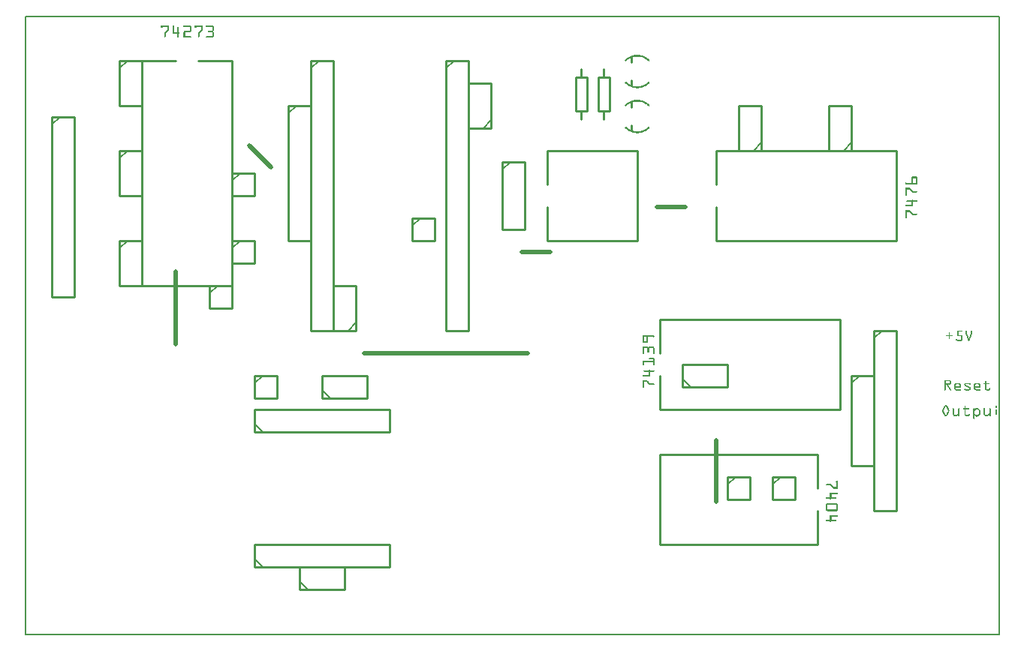
<source format=gto>
G04 MADE WITH FRITZING*
G04 WWW.FRITZING.ORG*
G04 SINGLE SIDED*
G04 HOLES NOT PLATED*
G04 CONTOUR ON CENTER OF CONTOUR VECTOR*
%ASAXBY*%
%FSLAX23Y23*%
%MOIN*%
%OFA0B0*%
%SFA1.0B1.0*%
%ADD10R,4.330720X2.755910X4.314720X2.739910*%
%ADD11C,0.008000*%
%ADD12C,0.021000*%
%ADD13C,0.010000*%
%ADD14C,0.005000*%
%ADD15R,0.001000X0.001000*%
%LNSILK1*%
G90*
G70*
G54D11*
X4Y2752D02*
X4327Y2752D01*
X4327Y4D01*
X4Y4D01*
X4Y2752D01*
D02*
G54D12*
X3072Y593D02*
X3072Y868D01*
G54D13*
D02*
X1022Y306D02*
X1622Y306D01*
D02*
X1622Y306D02*
X1622Y406D01*
D02*
X1622Y406D02*
X1022Y406D01*
D02*
X1022Y406D02*
X1022Y306D01*
G54D14*
D02*
X1057Y306D02*
X1022Y341D01*
G54D13*
D02*
X1022Y906D02*
X1622Y906D01*
D02*
X1622Y906D02*
X1622Y1006D01*
D02*
X1622Y1006D02*
X1022Y1006D01*
D02*
X1022Y1006D02*
X1022Y906D01*
G54D14*
D02*
X1057Y906D02*
X1022Y941D01*
G54D12*
D02*
X2810Y1906D02*
X2935Y1906D01*
G54D13*
D02*
X1322Y1056D02*
X1522Y1056D01*
D02*
X1522Y1056D02*
X1522Y1156D01*
D02*
X1522Y1156D02*
X1322Y1156D01*
D02*
X1322Y1156D02*
X1322Y1056D01*
G54D14*
D02*
X1357Y1056D02*
X1322Y1091D01*
G54D13*
D02*
X1222Y206D02*
X1422Y206D01*
D02*
X1422Y206D02*
X1422Y306D01*
D02*
X1422Y306D02*
X1222Y306D01*
D02*
X1222Y306D02*
X1222Y206D01*
G54D14*
D02*
X1257Y206D02*
X1222Y241D01*
G54D12*
D02*
X672Y1293D02*
X672Y1618D01*
G54D13*
D02*
X1872Y2556D02*
X1872Y1356D01*
D02*
X1872Y1356D02*
X1972Y1356D01*
D02*
X1972Y1356D02*
X1972Y2556D01*
D02*
X1972Y2556D02*
X1872Y2556D01*
G54D14*
D02*
X1872Y2521D02*
X1907Y2556D01*
G54D13*
D02*
X1472Y1356D02*
X1472Y1556D01*
D02*
X1472Y1556D02*
X1372Y1556D01*
D02*
X1372Y1556D02*
X1372Y1356D01*
D02*
X1372Y1356D02*
X1472Y1356D01*
G54D14*
D02*
X1472Y1391D02*
X1437Y1356D01*
G54D13*
D02*
X1022Y1156D02*
X1022Y1056D01*
D02*
X1022Y1056D02*
X1122Y1056D01*
D02*
X1122Y1056D02*
X1122Y1156D01*
D02*
X1122Y1156D02*
X1022Y1156D01*
G54D14*
D02*
X1022Y1121D02*
X1057Y1156D01*
G54D13*
D02*
X3322Y706D02*
X3322Y606D01*
D02*
X3322Y606D02*
X3422Y606D01*
D02*
X3422Y606D02*
X3422Y706D01*
D02*
X3422Y706D02*
X3322Y706D01*
G54D14*
D02*
X3322Y671D02*
X3357Y706D01*
G54D13*
D02*
X3122Y706D02*
X3122Y606D01*
D02*
X3122Y606D02*
X3222Y606D01*
D02*
X3222Y606D02*
X3222Y706D01*
D02*
X3222Y706D02*
X3122Y706D01*
G54D14*
D02*
X3122Y671D02*
X3157Y706D01*
G54D13*
D02*
X922Y2056D02*
X922Y1956D01*
D02*
X922Y1956D02*
X1022Y1956D01*
D02*
X1022Y1956D02*
X1022Y2056D01*
D02*
X1022Y2056D02*
X922Y2056D01*
G54D14*
D02*
X922Y2021D02*
X957Y2056D01*
G54D13*
D02*
X922Y1756D02*
X922Y1656D01*
D02*
X922Y1656D02*
X1022Y1656D01*
D02*
X1022Y1656D02*
X1022Y1756D01*
D02*
X1022Y1756D02*
X922Y1756D01*
G54D14*
D02*
X922Y1721D02*
X957Y1756D01*
G54D13*
D02*
X822Y1556D02*
X822Y1456D01*
D02*
X822Y1456D02*
X922Y1456D01*
D02*
X922Y1456D02*
X922Y1556D01*
D02*
X922Y1556D02*
X822Y1556D01*
G54D14*
D02*
X822Y1521D02*
X857Y1556D01*
G54D13*
D02*
X422Y1756D02*
X422Y1556D01*
D02*
X422Y1556D02*
X522Y1556D01*
D02*
X522Y1556D02*
X522Y1756D01*
D02*
X522Y1756D02*
X422Y1756D01*
G54D14*
D02*
X422Y1721D02*
X457Y1756D01*
G54D13*
D02*
X422Y2156D02*
X422Y1956D01*
D02*
X422Y1956D02*
X522Y1956D01*
D02*
X522Y1956D02*
X522Y2156D01*
D02*
X522Y2156D02*
X422Y2156D01*
G54D14*
D02*
X422Y2121D02*
X457Y2156D01*
G54D13*
D02*
X422Y2556D02*
X422Y2356D01*
D02*
X422Y2356D02*
X522Y2356D01*
D02*
X522Y2356D02*
X522Y2556D01*
D02*
X522Y2556D02*
X422Y2556D01*
G54D14*
D02*
X422Y2521D02*
X457Y2556D01*
G54D13*
D02*
X1172Y2356D02*
X1172Y1756D01*
D02*
X1172Y1756D02*
X1272Y1756D01*
D02*
X1272Y1756D02*
X1272Y2356D01*
D02*
X1272Y2356D02*
X1172Y2356D01*
G54D14*
D02*
X1172Y2321D02*
X1207Y2356D01*
G54D13*
D02*
X2072Y2256D02*
X2072Y2456D01*
D02*
X2072Y2456D02*
X1972Y2456D01*
D02*
X1972Y2456D02*
X1972Y2256D01*
D02*
X1972Y2256D02*
X2072Y2256D01*
G54D14*
D02*
X2072Y2291D02*
X2037Y2256D01*
G54D13*
D02*
X3672Y2156D02*
X3672Y2356D01*
D02*
X3672Y2356D02*
X3572Y2356D01*
D02*
X3572Y2356D02*
X3572Y2156D01*
D02*
X3572Y2156D02*
X3672Y2156D01*
G54D14*
D02*
X3672Y2191D02*
X3637Y2156D01*
G54D13*
D02*
X3272Y2156D02*
X3272Y2356D01*
D02*
X3272Y2356D02*
X3172Y2356D01*
D02*
X3172Y2356D02*
X3172Y2156D01*
D02*
X3172Y2156D02*
X3272Y2156D01*
G54D14*
D02*
X3272Y2191D02*
X3237Y2156D01*
G54D13*
D02*
X2922Y1106D02*
X3122Y1106D01*
D02*
X3122Y1106D02*
X3122Y1206D01*
D02*
X3122Y1206D02*
X2922Y1206D01*
D02*
X2922Y1206D02*
X2922Y1106D01*
G54D14*
D02*
X2957Y1106D02*
X2922Y1141D01*
G54D13*
D02*
X2122Y2106D02*
X2122Y1806D01*
D02*
X2122Y1806D02*
X2222Y1806D01*
D02*
X2222Y1806D02*
X2222Y2106D01*
D02*
X2222Y2106D02*
X2122Y2106D01*
G54D14*
D02*
X2122Y2071D02*
X2157Y2106D01*
G54D12*
D02*
X2210Y1706D02*
X2335Y1706D01*
G54D13*
D02*
X1272Y2556D02*
X1272Y1356D01*
D02*
X1272Y1356D02*
X1372Y1356D01*
D02*
X1372Y1356D02*
X1372Y2556D01*
D02*
X1372Y2556D02*
X1272Y2556D01*
G54D14*
D02*
X1272Y2521D02*
X1307Y2556D01*
G54D13*
D02*
X2822Y1006D02*
X3622Y1006D01*
D02*
X3622Y1006D02*
X3622Y1406D01*
D02*
X3622Y1406D02*
X2822Y1406D01*
D02*
X2822Y1006D02*
X2822Y1156D01*
D02*
X2822Y1256D02*
X2822Y1406D01*
D02*
X522Y2556D02*
X522Y1556D01*
D02*
X522Y1556D02*
X922Y1556D01*
D02*
X922Y1556D02*
X922Y2556D01*
D02*
X522Y2556D02*
X672Y2556D01*
D02*
X772Y2556D02*
X922Y2556D01*
D02*
X3072Y1756D02*
X3872Y1756D01*
D02*
X3872Y1756D02*
X3872Y2156D01*
D02*
X3872Y2156D02*
X3072Y2156D01*
D02*
X3072Y1756D02*
X3072Y1906D01*
D02*
X3072Y2006D02*
X3072Y2156D01*
D02*
X2322Y1756D02*
X2722Y1756D01*
D02*
X2722Y1756D02*
X2722Y2156D01*
D02*
X2722Y2156D02*
X2322Y2156D01*
D02*
X2322Y1756D02*
X2322Y1906D01*
D02*
X2322Y2006D02*
X2322Y2156D01*
D02*
X3772Y1356D02*
X3772Y556D01*
D02*
X3772Y556D02*
X3872Y556D01*
D02*
X3872Y556D02*
X3872Y1356D01*
D02*
X3872Y1356D02*
X3772Y1356D01*
G54D14*
D02*
X3772Y1321D02*
X3807Y1356D01*
G54D13*
D02*
X122Y2306D02*
X122Y1506D01*
D02*
X122Y1506D02*
X222Y1506D01*
D02*
X222Y1506D02*
X222Y2306D01*
D02*
X222Y2306D02*
X122Y2306D01*
G54D14*
D02*
X122Y2271D02*
X157Y2306D01*
G54D13*
D02*
X2573Y2293D02*
X2573Y2330D01*
D02*
X2573Y2480D02*
X2573Y2518D01*
D02*
X2548Y2330D02*
X2548Y2480D01*
D02*
X2548Y2480D02*
X2598Y2480D01*
D02*
X2598Y2480D02*
X2598Y2330D01*
D02*
X2598Y2330D02*
X2548Y2330D01*
D02*
X2473Y2293D02*
X2473Y2330D01*
D02*
X2473Y2480D02*
X2473Y2518D01*
D02*
X2448Y2330D02*
X2448Y2480D01*
D02*
X2448Y2480D02*
X2498Y2480D01*
D02*
X2498Y2480D02*
X2498Y2330D01*
D02*
X2498Y2330D02*
X2448Y2330D01*
D02*
X3522Y806D02*
X2822Y806D01*
D02*
X2822Y806D02*
X2822Y406D01*
D02*
X2822Y406D02*
X3522Y406D01*
D02*
X3522Y806D02*
X3522Y656D01*
D02*
X3522Y556D02*
X3522Y406D01*
G54D12*
D02*
X1510Y1256D02*
X2235Y1256D01*
G54D13*
D02*
X3672Y1156D02*
X3672Y756D01*
D02*
X3672Y756D02*
X3772Y756D01*
D02*
X3772Y756D02*
X3772Y1156D01*
D02*
X3772Y1156D02*
X3672Y1156D01*
G54D14*
D02*
X3672Y1121D02*
X3707Y1156D01*
G54D13*
D02*
X1722Y1856D02*
X1722Y1756D01*
D02*
X1722Y1756D02*
X1822Y1756D01*
D02*
X1822Y1756D02*
X1822Y1856D01*
D02*
X1822Y1856D02*
X1722Y1856D01*
G54D14*
D02*
X1722Y1821D02*
X1757Y1856D01*
G54D12*
D02*
X1096Y2082D02*
X999Y2179D01*
G54D15*
X608Y2710D02*
X641Y2710D01*
X660Y2710D02*
X663Y2710D01*
X708Y2710D02*
X737Y2710D01*
X758Y2710D02*
X791Y2710D01*
X808Y2710D02*
X837Y2710D01*
X607Y2709D02*
X641Y2709D01*
X659Y2709D02*
X664Y2709D01*
X707Y2709D02*
X738Y2709D01*
X757Y2709D02*
X791Y2709D01*
X807Y2709D02*
X838Y2709D01*
X607Y2708D02*
X641Y2708D01*
X659Y2708D02*
X665Y2708D01*
X707Y2708D02*
X739Y2708D01*
X757Y2708D02*
X791Y2708D01*
X807Y2708D02*
X839Y2708D01*
X607Y2707D02*
X641Y2707D01*
X659Y2707D02*
X665Y2707D01*
X707Y2707D02*
X740Y2707D01*
X757Y2707D02*
X791Y2707D01*
X807Y2707D02*
X840Y2707D01*
X607Y2706D02*
X641Y2706D01*
X659Y2706D02*
X665Y2706D01*
X707Y2706D02*
X740Y2706D01*
X757Y2706D02*
X791Y2706D01*
X807Y2706D02*
X840Y2706D01*
X607Y2705D02*
X641Y2705D01*
X659Y2705D02*
X665Y2705D01*
X708Y2705D02*
X740Y2705D01*
X757Y2705D02*
X791Y2705D01*
X808Y2705D02*
X840Y2705D01*
X607Y2704D02*
X641Y2704D01*
X659Y2704D02*
X665Y2704D01*
X681Y2704D02*
X684Y2704D01*
X709Y2704D02*
X740Y2704D01*
X757Y2704D02*
X791Y2704D01*
X809Y2704D02*
X840Y2704D01*
X607Y2703D02*
X613Y2703D01*
X635Y2703D02*
X641Y2703D01*
X659Y2703D02*
X665Y2703D01*
X680Y2703D02*
X685Y2703D01*
X734Y2703D02*
X741Y2703D01*
X757Y2703D02*
X763Y2703D01*
X784Y2703D02*
X791Y2703D01*
X834Y2703D02*
X841Y2703D01*
X608Y2702D02*
X612Y2702D01*
X635Y2702D02*
X641Y2702D01*
X659Y2702D02*
X665Y2702D01*
X679Y2702D02*
X685Y2702D01*
X734Y2702D02*
X741Y2702D01*
X758Y2702D02*
X762Y2702D01*
X784Y2702D02*
X791Y2702D01*
X834Y2702D02*
X841Y2702D01*
X610Y2701D02*
X610Y2701D01*
X635Y2701D02*
X641Y2701D01*
X659Y2701D02*
X665Y2701D01*
X679Y2701D02*
X685Y2701D01*
X734Y2701D02*
X741Y2701D01*
X760Y2701D02*
X760Y2701D01*
X784Y2701D02*
X791Y2701D01*
X834Y2701D02*
X841Y2701D01*
X635Y2700D02*
X641Y2700D01*
X659Y2700D02*
X665Y2700D01*
X679Y2700D02*
X685Y2700D01*
X734Y2700D02*
X741Y2700D01*
X784Y2700D02*
X791Y2700D01*
X834Y2700D02*
X841Y2700D01*
X635Y2699D02*
X641Y2699D01*
X659Y2699D02*
X665Y2699D01*
X679Y2699D02*
X685Y2699D01*
X734Y2699D02*
X741Y2699D01*
X784Y2699D02*
X791Y2699D01*
X834Y2699D02*
X841Y2699D01*
X635Y2698D02*
X641Y2698D01*
X659Y2698D02*
X665Y2698D01*
X679Y2698D02*
X685Y2698D01*
X734Y2698D02*
X741Y2698D01*
X784Y2698D02*
X791Y2698D01*
X834Y2698D02*
X841Y2698D01*
X635Y2697D02*
X641Y2697D01*
X659Y2697D02*
X665Y2697D01*
X679Y2697D02*
X685Y2697D01*
X734Y2697D02*
X741Y2697D01*
X784Y2697D02*
X791Y2697D01*
X834Y2697D02*
X841Y2697D01*
X635Y2696D02*
X641Y2696D01*
X659Y2696D02*
X665Y2696D01*
X679Y2696D02*
X685Y2696D01*
X734Y2696D02*
X741Y2696D01*
X784Y2696D02*
X791Y2696D01*
X834Y2696D02*
X841Y2696D01*
X635Y2695D02*
X641Y2695D01*
X659Y2695D02*
X665Y2695D01*
X679Y2695D02*
X685Y2695D01*
X734Y2695D02*
X741Y2695D01*
X784Y2695D02*
X791Y2695D01*
X834Y2695D02*
X841Y2695D01*
X635Y2694D02*
X641Y2694D01*
X659Y2694D02*
X665Y2694D01*
X679Y2694D02*
X685Y2694D01*
X734Y2694D02*
X741Y2694D01*
X784Y2694D02*
X791Y2694D01*
X834Y2694D02*
X841Y2694D01*
X635Y2693D02*
X641Y2693D01*
X659Y2693D02*
X665Y2693D01*
X679Y2693D02*
X685Y2693D01*
X734Y2693D02*
X741Y2693D01*
X784Y2693D02*
X791Y2693D01*
X834Y2693D02*
X841Y2693D01*
X635Y2692D02*
X641Y2692D01*
X659Y2692D02*
X665Y2692D01*
X679Y2692D02*
X685Y2692D01*
X734Y2692D02*
X741Y2692D01*
X784Y2692D02*
X791Y2692D01*
X834Y2692D02*
X841Y2692D01*
X634Y2691D02*
X641Y2691D01*
X659Y2691D02*
X665Y2691D01*
X679Y2691D02*
X685Y2691D01*
X734Y2691D02*
X741Y2691D01*
X784Y2691D02*
X791Y2691D01*
X834Y2691D02*
X841Y2691D01*
X633Y2690D02*
X641Y2690D01*
X659Y2690D02*
X665Y2690D01*
X679Y2690D02*
X685Y2690D01*
X734Y2690D02*
X741Y2690D01*
X783Y2690D02*
X791Y2690D01*
X834Y2690D02*
X840Y2690D01*
X632Y2689D02*
X640Y2689D01*
X659Y2689D02*
X665Y2689D01*
X679Y2689D02*
X685Y2689D01*
X734Y2689D02*
X741Y2689D01*
X782Y2689D02*
X790Y2689D01*
X834Y2689D02*
X840Y2689D01*
X631Y2688D02*
X640Y2688D01*
X659Y2688D02*
X665Y2688D01*
X679Y2688D02*
X685Y2688D01*
X734Y2688D02*
X741Y2688D01*
X781Y2688D02*
X790Y2688D01*
X833Y2688D02*
X840Y2688D01*
X630Y2687D02*
X639Y2687D01*
X659Y2687D02*
X665Y2687D01*
X679Y2687D02*
X685Y2687D01*
X712Y2687D02*
X740Y2687D01*
X779Y2687D02*
X789Y2687D01*
X816Y2687D02*
X840Y2687D01*
X628Y2686D02*
X638Y2686D01*
X659Y2686D02*
X665Y2686D01*
X679Y2686D02*
X685Y2686D01*
X710Y2686D02*
X740Y2686D01*
X778Y2686D02*
X788Y2686D01*
X815Y2686D02*
X839Y2686D01*
X627Y2685D02*
X637Y2685D01*
X659Y2685D02*
X665Y2685D01*
X679Y2685D02*
X685Y2685D01*
X709Y2685D02*
X740Y2685D01*
X777Y2685D02*
X787Y2685D01*
X814Y2685D02*
X839Y2685D01*
X626Y2684D02*
X636Y2684D01*
X659Y2684D02*
X665Y2684D01*
X679Y2684D02*
X685Y2684D01*
X708Y2684D02*
X740Y2684D01*
X776Y2684D02*
X786Y2684D01*
X814Y2684D02*
X838Y2684D01*
X625Y2683D02*
X635Y2683D01*
X659Y2683D02*
X665Y2683D01*
X679Y2683D02*
X685Y2683D01*
X708Y2683D02*
X739Y2683D01*
X775Y2683D02*
X785Y2683D01*
X814Y2683D02*
X838Y2683D01*
X624Y2682D02*
X633Y2682D01*
X659Y2682D02*
X665Y2682D01*
X679Y2682D02*
X685Y2682D01*
X707Y2682D02*
X738Y2682D01*
X774Y2682D02*
X783Y2682D01*
X814Y2682D02*
X839Y2682D01*
X622Y2681D02*
X632Y2681D01*
X659Y2681D02*
X687Y2681D01*
X707Y2681D02*
X737Y2681D01*
X772Y2681D02*
X782Y2681D01*
X815Y2681D02*
X840Y2681D01*
X622Y2680D02*
X631Y2680D01*
X659Y2680D02*
X688Y2680D01*
X707Y2680D02*
X713Y2680D01*
X772Y2680D02*
X781Y2680D01*
X832Y2680D02*
X840Y2680D01*
X621Y2679D02*
X630Y2679D01*
X659Y2679D02*
X689Y2679D01*
X707Y2679D02*
X713Y2679D01*
X771Y2679D02*
X780Y2679D01*
X834Y2679D02*
X840Y2679D01*
X621Y2678D02*
X629Y2678D01*
X659Y2678D02*
X689Y2678D01*
X707Y2678D02*
X713Y2678D01*
X771Y2678D02*
X779Y2678D01*
X834Y2678D02*
X840Y2678D01*
X621Y2677D02*
X628Y2677D01*
X659Y2677D02*
X689Y2677D01*
X707Y2677D02*
X713Y2677D01*
X771Y2677D02*
X778Y2677D01*
X834Y2677D02*
X840Y2677D01*
X621Y2676D02*
X627Y2676D01*
X659Y2676D02*
X688Y2676D01*
X707Y2676D02*
X713Y2676D01*
X771Y2676D02*
X777Y2676D01*
X834Y2676D02*
X841Y2676D01*
X621Y2675D02*
X627Y2675D01*
X659Y2675D02*
X687Y2675D01*
X707Y2675D02*
X713Y2675D01*
X771Y2675D02*
X777Y2675D01*
X834Y2675D02*
X841Y2675D01*
X621Y2674D02*
X627Y2674D01*
X679Y2674D02*
X685Y2674D01*
X707Y2674D02*
X713Y2674D01*
X771Y2674D02*
X777Y2674D01*
X834Y2674D02*
X841Y2674D01*
X621Y2673D02*
X627Y2673D01*
X679Y2673D02*
X685Y2673D01*
X707Y2673D02*
X713Y2673D01*
X771Y2673D02*
X777Y2673D01*
X834Y2673D02*
X841Y2673D01*
X621Y2672D02*
X627Y2672D01*
X679Y2672D02*
X685Y2672D01*
X707Y2672D02*
X713Y2672D01*
X771Y2672D02*
X777Y2672D01*
X834Y2672D02*
X841Y2672D01*
X621Y2671D02*
X627Y2671D01*
X679Y2671D02*
X685Y2671D01*
X707Y2671D02*
X713Y2671D01*
X771Y2671D02*
X777Y2671D01*
X834Y2671D02*
X841Y2671D01*
X621Y2670D02*
X627Y2670D01*
X679Y2670D02*
X685Y2670D01*
X707Y2670D02*
X713Y2670D01*
X771Y2670D02*
X777Y2670D01*
X834Y2670D02*
X841Y2670D01*
X621Y2669D02*
X627Y2669D01*
X679Y2669D02*
X685Y2669D01*
X707Y2669D02*
X713Y2669D01*
X771Y2669D02*
X777Y2669D01*
X834Y2669D02*
X841Y2669D01*
X621Y2668D02*
X627Y2668D01*
X679Y2668D02*
X685Y2668D01*
X707Y2668D02*
X713Y2668D01*
X771Y2668D02*
X777Y2668D01*
X834Y2668D02*
X841Y2668D01*
X621Y2667D02*
X627Y2667D01*
X679Y2667D02*
X685Y2667D01*
X707Y2667D02*
X713Y2667D01*
X771Y2667D02*
X777Y2667D01*
X834Y2667D02*
X841Y2667D01*
X621Y2666D02*
X627Y2666D01*
X679Y2666D02*
X685Y2666D01*
X707Y2666D02*
X713Y2666D01*
X771Y2666D02*
X777Y2666D01*
X834Y2666D02*
X841Y2666D01*
X621Y2665D02*
X627Y2665D01*
X679Y2665D02*
X685Y2665D01*
X707Y2665D02*
X713Y2665D01*
X771Y2665D02*
X777Y2665D01*
X834Y2665D02*
X841Y2665D01*
X621Y2664D02*
X627Y2664D01*
X679Y2664D02*
X685Y2664D01*
X707Y2664D02*
X713Y2664D01*
X771Y2664D02*
X777Y2664D01*
X834Y2664D02*
X841Y2664D01*
X621Y2663D02*
X627Y2663D01*
X679Y2663D02*
X685Y2663D01*
X707Y2663D02*
X739Y2663D01*
X771Y2663D02*
X777Y2663D01*
X808Y2663D02*
X840Y2663D01*
X621Y2662D02*
X627Y2662D01*
X679Y2662D02*
X685Y2662D01*
X707Y2662D02*
X740Y2662D01*
X771Y2662D02*
X777Y2662D01*
X807Y2662D02*
X840Y2662D01*
X621Y2661D02*
X627Y2661D01*
X679Y2661D02*
X685Y2661D01*
X707Y2661D02*
X740Y2661D01*
X771Y2661D02*
X777Y2661D01*
X807Y2661D02*
X840Y2661D01*
X621Y2660D02*
X627Y2660D01*
X679Y2660D02*
X685Y2660D01*
X707Y2660D02*
X740Y2660D01*
X771Y2660D02*
X777Y2660D01*
X807Y2660D02*
X839Y2660D01*
X621Y2659D02*
X626Y2659D01*
X680Y2659D02*
X685Y2659D01*
X707Y2659D02*
X740Y2659D01*
X771Y2659D02*
X776Y2659D01*
X807Y2659D02*
X839Y2659D01*
X622Y2658D02*
X626Y2658D01*
X680Y2658D02*
X684Y2658D01*
X707Y2658D02*
X740Y2658D01*
X772Y2658D02*
X776Y2658D01*
X808Y2658D02*
X837Y2658D01*
X623Y2657D02*
X625Y2657D01*
X681Y2657D02*
X683Y2657D01*
X707Y2657D02*
X738Y2657D01*
X773Y2657D02*
X775Y2657D01*
X809Y2657D02*
X835Y2657D01*
X2713Y2580D02*
X2730Y2580D01*
X2707Y2579D02*
X2736Y2579D01*
X2702Y2578D02*
X2740Y2578D01*
X2699Y2577D02*
X2744Y2577D01*
X2696Y2576D02*
X2747Y2576D01*
X2693Y2575D02*
X2750Y2575D01*
X2691Y2574D02*
X2752Y2574D01*
X2688Y2573D02*
X2754Y2573D01*
X2686Y2572D02*
X2712Y2572D01*
X2730Y2572D02*
X2756Y2572D01*
X2684Y2571D02*
X2706Y2571D01*
X2737Y2571D02*
X2758Y2571D01*
X2683Y2570D02*
X2702Y2570D01*
X2741Y2570D02*
X2760Y2570D01*
X2681Y2569D02*
X2700Y2569D01*
X2744Y2569D02*
X2762Y2569D01*
X2679Y2568D02*
X2700Y2568D01*
X2747Y2568D02*
X2763Y2568D01*
X2678Y2567D02*
X2700Y2567D01*
X2749Y2567D02*
X2765Y2567D01*
X2676Y2566D02*
X2691Y2566D01*
X2693Y2566D02*
X2700Y2566D01*
X2752Y2566D02*
X2766Y2566D01*
X2675Y2565D02*
X2689Y2565D01*
X2693Y2565D02*
X2700Y2565D01*
X2754Y2565D02*
X2768Y2565D01*
X2673Y2564D02*
X2687Y2564D01*
X2693Y2564D02*
X2700Y2564D01*
X2756Y2564D02*
X2769Y2564D01*
X2672Y2563D02*
X2685Y2563D01*
X2693Y2563D02*
X2700Y2563D01*
X2757Y2563D02*
X2770Y2563D01*
X2671Y2562D02*
X2683Y2562D01*
X2693Y2562D02*
X2700Y2562D01*
X2759Y2562D02*
X2771Y2562D01*
X2670Y2561D02*
X2682Y2561D01*
X2693Y2561D02*
X2700Y2561D01*
X2761Y2561D02*
X2773Y2561D01*
X2669Y2560D02*
X2681Y2560D01*
X2693Y2560D02*
X2700Y2560D01*
X2762Y2560D02*
X2774Y2560D01*
X2668Y2559D02*
X2679Y2559D01*
X2693Y2559D02*
X2700Y2559D01*
X2763Y2559D02*
X2775Y2559D01*
X2667Y2558D02*
X2678Y2558D01*
X2693Y2558D02*
X2700Y2558D01*
X2765Y2558D02*
X2775Y2558D01*
X2667Y2557D02*
X2677Y2557D01*
X2693Y2557D02*
X2700Y2557D01*
X2766Y2557D02*
X2776Y2557D01*
X2667Y2556D02*
X2675Y2556D01*
X2693Y2556D02*
X2700Y2556D01*
X2767Y2556D02*
X2776Y2556D01*
X2667Y2555D02*
X2674Y2555D01*
X2693Y2555D02*
X2700Y2555D01*
X2768Y2555D02*
X2775Y2555D01*
X2668Y2554D02*
X2673Y2554D01*
X2693Y2554D02*
X2700Y2554D01*
X2770Y2554D02*
X2775Y2554D01*
X2669Y2553D02*
X2671Y2553D01*
X2693Y2553D02*
X2700Y2553D01*
X2771Y2553D02*
X2774Y2553D01*
X2693Y2552D02*
X2700Y2552D01*
X2693Y2551D02*
X2700Y2551D01*
X2693Y2550D02*
X2700Y2550D01*
X2693Y2549D02*
X2700Y2549D01*
X2693Y2548D02*
X2700Y2548D01*
X2693Y2547D02*
X2700Y2547D01*
X2693Y2546D02*
X2700Y2546D01*
X2693Y2545D02*
X2699Y2545D01*
X2694Y2544D02*
X2699Y2544D01*
X2695Y2543D02*
X2697Y2543D01*
X2695Y2470D02*
X2698Y2470D01*
X2694Y2469D02*
X2699Y2469D01*
X2693Y2468D02*
X2699Y2468D01*
X2693Y2467D02*
X2700Y2467D01*
X2693Y2466D02*
X2700Y2466D01*
X2693Y2465D02*
X2700Y2465D01*
X2693Y2464D02*
X2700Y2464D01*
X2693Y2463D02*
X2700Y2463D01*
X2693Y2462D02*
X2700Y2462D01*
X2693Y2461D02*
X2700Y2461D01*
X2669Y2460D02*
X2672Y2460D01*
X2693Y2460D02*
X2700Y2460D01*
X2771Y2460D02*
X2774Y2460D01*
X2668Y2459D02*
X2673Y2459D01*
X2693Y2459D02*
X2700Y2459D01*
X2769Y2459D02*
X2775Y2459D01*
X2667Y2458D02*
X2674Y2458D01*
X2693Y2458D02*
X2700Y2458D01*
X2768Y2458D02*
X2775Y2458D01*
X2667Y2457D02*
X2676Y2457D01*
X2693Y2457D02*
X2700Y2457D01*
X2767Y2457D02*
X2776Y2457D01*
X2667Y2456D02*
X2677Y2456D01*
X2693Y2456D02*
X2700Y2456D01*
X2766Y2456D02*
X2776Y2456D01*
X2667Y2455D02*
X2678Y2455D01*
X2693Y2455D02*
X2700Y2455D01*
X2765Y2455D02*
X2775Y2455D01*
X2668Y2454D02*
X2679Y2454D01*
X2693Y2454D02*
X2700Y2454D01*
X2763Y2454D02*
X2775Y2454D01*
X2669Y2453D02*
X2681Y2453D01*
X2693Y2453D02*
X2700Y2453D01*
X2762Y2453D02*
X2774Y2453D01*
X2670Y2452D02*
X2682Y2452D01*
X2693Y2452D02*
X2700Y2452D01*
X2760Y2452D02*
X2772Y2452D01*
X2671Y2451D02*
X2684Y2451D01*
X2693Y2451D02*
X2700Y2451D01*
X2759Y2451D02*
X2771Y2451D01*
X2672Y2450D02*
X2686Y2450D01*
X2693Y2450D02*
X2700Y2450D01*
X2757Y2450D02*
X2770Y2450D01*
X2674Y2449D02*
X2687Y2449D01*
X2693Y2449D02*
X2700Y2449D01*
X2755Y2449D02*
X2769Y2449D01*
X2675Y2448D02*
X2689Y2448D01*
X2693Y2448D02*
X2700Y2448D01*
X2753Y2448D02*
X2768Y2448D01*
X2676Y2447D02*
X2691Y2447D01*
X2693Y2447D02*
X2700Y2447D01*
X2751Y2447D02*
X2766Y2447D01*
X2678Y2446D02*
X2700Y2446D01*
X2749Y2446D02*
X2765Y2446D01*
X2679Y2445D02*
X2700Y2445D01*
X2747Y2445D02*
X2763Y2445D01*
X2681Y2444D02*
X2700Y2444D01*
X2743Y2444D02*
X2762Y2444D01*
X2683Y2443D02*
X2702Y2443D01*
X2740Y2443D02*
X2760Y2443D01*
X2685Y2442D02*
X2707Y2442D01*
X2736Y2442D02*
X2758Y2442D01*
X2686Y2441D02*
X2713Y2441D01*
X2729Y2441D02*
X2756Y2441D01*
X2689Y2440D02*
X2754Y2440D01*
X2691Y2439D02*
X2752Y2439D01*
X2693Y2438D02*
X2749Y2438D01*
X2696Y2437D02*
X2746Y2437D01*
X2699Y2436D02*
X2743Y2436D01*
X2703Y2435D02*
X2740Y2435D01*
X2707Y2434D02*
X2735Y2434D01*
X2714Y2433D02*
X2728Y2433D01*
X2713Y2380D02*
X2730Y2380D01*
X2706Y2379D02*
X2736Y2379D01*
X2702Y2378D02*
X2741Y2378D01*
X2698Y2377D02*
X2744Y2377D01*
X2695Y2376D02*
X2747Y2376D01*
X2693Y2375D02*
X2750Y2375D01*
X2690Y2374D02*
X2752Y2374D01*
X2688Y2373D02*
X2754Y2373D01*
X2686Y2372D02*
X2712Y2372D01*
X2731Y2372D02*
X2757Y2372D01*
X2684Y2371D02*
X2706Y2371D01*
X2737Y2371D02*
X2758Y2371D01*
X2682Y2370D02*
X2701Y2370D01*
X2741Y2370D02*
X2760Y2370D01*
X2681Y2369D02*
X2700Y2369D01*
X2744Y2369D02*
X2762Y2369D01*
X2679Y2368D02*
X2700Y2368D01*
X2747Y2368D02*
X2763Y2368D01*
X2678Y2367D02*
X2700Y2367D01*
X2749Y2367D02*
X2765Y2367D01*
X2676Y2366D02*
X2691Y2366D01*
X2693Y2366D02*
X2700Y2366D01*
X2752Y2366D02*
X2766Y2366D01*
X2675Y2365D02*
X2689Y2365D01*
X2693Y2365D02*
X2700Y2365D01*
X2754Y2365D02*
X2768Y2365D01*
X2673Y2364D02*
X2687Y2364D01*
X2693Y2364D02*
X2700Y2364D01*
X2756Y2364D02*
X2769Y2364D01*
X2672Y2363D02*
X2685Y2363D01*
X2693Y2363D02*
X2700Y2363D01*
X2757Y2363D02*
X2770Y2363D01*
X2671Y2362D02*
X2683Y2362D01*
X2693Y2362D02*
X2700Y2362D01*
X2759Y2362D02*
X2772Y2362D01*
X2670Y2361D02*
X2682Y2361D01*
X2693Y2361D02*
X2700Y2361D01*
X2761Y2361D02*
X2773Y2361D01*
X2669Y2360D02*
X2680Y2360D01*
X2693Y2360D02*
X2700Y2360D01*
X2762Y2360D02*
X2774Y2360D01*
X2668Y2359D02*
X2679Y2359D01*
X2693Y2359D02*
X2700Y2359D01*
X2764Y2359D02*
X2775Y2359D01*
X2667Y2358D02*
X2678Y2358D01*
X2693Y2358D02*
X2700Y2358D01*
X2765Y2358D02*
X2775Y2358D01*
X2667Y2357D02*
X2676Y2357D01*
X2693Y2357D02*
X2700Y2357D01*
X2766Y2357D02*
X2776Y2357D01*
X2667Y2356D02*
X2675Y2356D01*
X2693Y2356D02*
X2700Y2356D01*
X2767Y2356D02*
X2776Y2356D01*
X2667Y2355D02*
X2674Y2355D01*
X2693Y2355D02*
X2700Y2355D01*
X2768Y2355D02*
X2775Y2355D01*
X2668Y2354D02*
X2673Y2354D01*
X2693Y2354D02*
X2700Y2354D01*
X2770Y2354D02*
X2775Y2354D01*
X2669Y2353D02*
X2671Y2353D01*
X2693Y2353D02*
X2700Y2353D01*
X2771Y2353D02*
X2773Y2353D01*
X2693Y2352D02*
X2700Y2352D01*
X2693Y2351D02*
X2700Y2351D01*
X2693Y2350D02*
X2700Y2350D01*
X2693Y2349D02*
X2700Y2349D01*
X2693Y2348D02*
X2700Y2348D01*
X2693Y2347D02*
X2700Y2347D01*
X2693Y2346D02*
X2700Y2346D01*
X2693Y2345D02*
X2699Y2345D01*
X2694Y2344D02*
X2699Y2344D01*
X2695Y2343D02*
X2697Y2343D01*
X2695Y2270D02*
X2698Y2270D01*
X2694Y2269D02*
X2699Y2269D01*
X2693Y2268D02*
X2699Y2268D01*
X2693Y2267D02*
X2700Y2267D01*
X2693Y2266D02*
X2700Y2266D01*
X2693Y2265D02*
X2700Y2265D01*
X2693Y2264D02*
X2700Y2264D01*
X2693Y2263D02*
X2700Y2263D01*
X2693Y2262D02*
X2700Y2262D01*
X2693Y2261D02*
X2700Y2261D01*
X2669Y2260D02*
X2672Y2260D01*
X2693Y2260D02*
X2700Y2260D01*
X2771Y2260D02*
X2774Y2260D01*
X2668Y2259D02*
X2673Y2259D01*
X2693Y2259D02*
X2700Y2259D01*
X2769Y2259D02*
X2775Y2259D01*
X2667Y2258D02*
X2674Y2258D01*
X2693Y2258D02*
X2700Y2258D01*
X2768Y2258D02*
X2775Y2258D01*
X2667Y2257D02*
X2676Y2257D01*
X2693Y2257D02*
X2700Y2257D01*
X2767Y2257D02*
X2776Y2257D01*
X2667Y2256D02*
X2677Y2256D01*
X2693Y2256D02*
X2700Y2256D01*
X2766Y2256D02*
X2776Y2256D01*
X2667Y2255D02*
X2678Y2255D01*
X2693Y2255D02*
X2700Y2255D01*
X2765Y2255D02*
X2775Y2255D01*
X2668Y2254D02*
X2679Y2254D01*
X2693Y2254D02*
X2700Y2254D01*
X2763Y2254D02*
X2775Y2254D01*
X2669Y2253D02*
X2681Y2253D01*
X2693Y2253D02*
X2700Y2253D01*
X2762Y2253D02*
X2774Y2253D01*
X2670Y2252D02*
X2682Y2252D01*
X2693Y2252D02*
X2700Y2252D01*
X2760Y2252D02*
X2772Y2252D01*
X2671Y2251D02*
X2684Y2251D01*
X2693Y2251D02*
X2700Y2251D01*
X2759Y2251D02*
X2771Y2251D01*
X2673Y2250D02*
X2686Y2250D01*
X2693Y2250D02*
X2700Y2250D01*
X2757Y2250D02*
X2770Y2250D01*
X2674Y2249D02*
X2687Y2249D01*
X2693Y2249D02*
X2700Y2249D01*
X2755Y2249D02*
X2769Y2249D01*
X2675Y2248D02*
X2689Y2248D01*
X2693Y2248D02*
X2700Y2248D01*
X2753Y2248D02*
X2767Y2248D01*
X2677Y2247D02*
X2691Y2247D01*
X2693Y2247D02*
X2700Y2247D01*
X2751Y2247D02*
X2766Y2247D01*
X2678Y2246D02*
X2700Y2246D01*
X2749Y2246D02*
X2765Y2246D01*
X2680Y2245D02*
X2700Y2245D01*
X2746Y2245D02*
X2763Y2245D01*
X2681Y2244D02*
X2700Y2244D01*
X2743Y2244D02*
X2761Y2244D01*
X2683Y2243D02*
X2703Y2243D01*
X2740Y2243D02*
X2760Y2243D01*
X2685Y2242D02*
X2707Y2242D01*
X2735Y2242D02*
X2758Y2242D01*
X2687Y2241D02*
X2714Y2241D01*
X2729Y2241D02*
X2756Y2241D01*
X2689Y2240D02*
X2754Y2240D01*
X2691Y2239D02*
X2751Y2239D01*
X2693Y2238D02*
X2749Y2238D01*
X2696Y2237D02*
X2746Y2237D01*
X2699Y2236D02*
X2743Y2236D01*
X2703Y2235D02*
X2739Y2235D01*
X2708Y2234D02*
X2735Y2234D01*
X2715Y2233D02*
X2728Y2233D01*
X3943Y2039D02*
X3961Y2039D01*
X3941Y2038D02*
X3963Y2038D01*
X3940Y2037D02*
X3963Y2037D01*
X3940Y2036D02*
X3964Y2036D01*
X3940Y2035D02*
X3964Y2035D01*
X3940Y2034D02*
X3964Y2034D01*
X3940Y2033D02*
X3964Y2033D01*
X3940Y2032D02*
X3946Y2032D01*
X3957Y2032D02*
X3964Y2032D01*
X3940Y2031D02*
X3946Y2031D01*
X3958Y2031D02*
X3964Y2031D01*
X3940Y2030D02*
X3946Y2030D01*
X3958Y2030D02*
X3964Y2030D01*
X3940Y2029D02*
X3946Y2029D01*
X3958Y2029D02*
X3964Y2029D01*
X3940Y2028D02*
X3946Y2028D01*
X3958Y2028D02*
X3964Y2028D01*
X3940Y2027D02*
X3946Y2027D01*
X3958Y2027D02*
X3964Y2027D01*
X3940Y2026D02*
X3946Y2026D01*
X3958Y2026D02*
X3964Y2026D01*
X3940Y2025D02*
X3946Y2025D01*
X3958Y2025D02*
X3964Y2025D01*
X3940Y2024D02*
X3946Y2024D01*
X3958Y2024D02*
X3964Y2024D01*
X3940Y2023D02*
X3946Y2023D01*
X3958Y2023D02*
X3964Y2023D01*
X3940Y2022D02*
X3946Y2022D01*
X3958Y2022D02*
X3964Y2022D01*
X3940Y2021D02*
X3946Y2021D01*
X3958Y2021D02*
X3964Y2021D01*
X3940Y2020D02*
X3946Y2020D01*
X3958Y2020D02*
X3964Y2020D01*
X3940Y2019D02*
X3946Y2019D01*
X3958Y2019D02*
X3964Y2019D01*
X3940Y2018D02*
X3946Y2018D01*
X3958Y2018D02*
X3964Y2018D01*
X3940Y2017D02*
X3946Y2017D01*
X3958Y2017D02*
X3964Y2017D01*
X3940Y2016D02*
X3946Y2016D01*
X3958Y2016D02*
X3964Y2016D01*
X3940Y2015D02*
X3946Y2015D01*
X3958Y2015D02*
X3964Y2015D01*
X3912Y2014D02*
X3915Y2014D01*
X3940Y2014D02*
X3946Y2014D01*
X3958Y2014D02*
X3964Y2014D01*
X3911Y2013D02*
X3916Y2013D01*
X3940Y2013D02*
X3946Y2013D01*
X3958Y2013D02*
X3964Y2013D01*
X3911Y2012D02*
X3916Y2012D01*
X3940Y2012D02*
X3946Y2012D01*
X3958Y2012D02*
X3964Y2012D01*
X3911Y2011D02*
X3964Y2011D01*
X3911Y2010D02*
X3964Y2010D01*
X3911Y2009D02*
X3964Y2009D01*
X3911Y2008D02*
X3964Y2008D01*
X3911Y2007D02*
X3963Y2007D01*
X3911Y2006D02*
X3963Y2006D01*
X3913Y2005D02*
X3962Y2005D01*
X3911Y1989D02*
X3932Y1989D01*
X3911Y1988D02*
X3933Y1988D01*
X3911Y1987D02*
X3934Y1987D01*
X3911Y1986D02*
X3935Y1986D01*
X3911Y1985D02*
X3936Y1985D01*
X3911Y1984D02*
X3937Y1984D01*
X3911Y1983D02*
X3938Y1983D01*
X3911Y1982D02*
X3917Y1982D01*
X3930Y1982D02*
X3938Y1982D01*
X3911Y1981D02*
X3917Y1981D01*
X3931Y1981D02*
X3939Y1981D01*
X3911Y1980D02*
X3917Y1980D01*
X3932Y1980D02*
X3940Y1980D01*
X3911Y1979D02*
X3917Y1979D01*
X3933Y1979D02*
X3941Y1979D01*
X3911Y1978D02*
X3917Y1978D01*
X3934Y1978D02*
X3942Y1978D01*
X3911Y1977D02*
X3917Y1977D01*
X3934Y1977D02*
X3943Y1977D01*
X3911Y1976D02*
X3917Y1976D01*
X3935Y1976D02*
X3944Y1976D01*
X3911Y1975D02*
X3917Y1975D01*
X3936Y1975D02*
X3962Y1975D01*
X3911Y1974D02*
X3917Y1974D01*
X3937Y1974D02*
X3963Y1974D01*
X3911Y1973D02*
X3917Y1973D01*
X3938Y1973D02*
X3963Y1973D01*
X3911Y1972D02*
X3917Y1972D01*
X3939Y1972D02*
X3964Y1972D01*
X3911Y1971D02*
X3917Y1971D01*
X3940Y1971D02*
X3963Y1971D01*
X3911Y1970D02*
X3917Y1970D01*
X3940Y1970D02*
X3963Y1970D01*
X3911Y1969D02*
X3917Y1969D01*
X3942Y1969D02*
X3962Y1969D01*
X3911Y1968D02*
X3917Y1968D01*
X3911Y1967D02*
X3917Y1967D01*
X3911Y1966D02*
X3917Y1966D01*
X3911Y1965D02*
X3917Y1965D01*
X3911Y1964D02*
X3917Y1964D01*
X3911Y1963D02*
X3917Y1963D01*
X3911Y1962D02*
X3917Y1962D01*
X3911Y1961D02*
X3918Y1961D01*
X3911Y1960D02*
X3919Y1960D01*
X3911Y1959D02*
X3919Y1959D01*
X3911Y1958D02*
X3919Y1958D01*
X3911Y1957D02*
X3919Y1957D01*
X3911Y1956D02*
X3919Y1956D01*
X3913Y1955D02*
X3917Y1955D01*
X3942Y1937D02*
X3944Y1937D01*
X3941Y1936D02*
X3945Y1936D01*
X3940Y1935D02*
X3946Y1935D01*
X3920Y1934D02*
X3960Y1934D01*
X3918Y1933D02*
X3963Y1933D01*
X3917Y1932D02*
X3963Y1932D01*
X3917Y1931D02*
X3964Y1931D01*
X3917Y1930D02*
X3964Y1930D01*
X3917Y1929D02*
X3963Y1929D01*
X3918Y1928D02*
X3963Y1928D01*
X3920Y1927D02*
X3960Y1927D01*
X3940Y1926D02*
X3946Y1926D01*
X3940Y1925D02*
X3946Y1925D01*
X3940Y1924D02*
X3946Y1924D01*
X3940Y1923D02*
X3946Y1923D01*
X3940Y1922D02*
X3946Y1922D01*
X3940Y1921D02*
X3946Y1921D01*
X3940Y1920D02*
X3946Y1920D01*
X3940Y1919D02*
X3946Y1919D01*
X3940Y1918D02*
X3946Y1918D01*
X3940Y1917D02*
X3946Y1917D01*
X3940Y1916D02*
X3946Y1916D01*
X3940Y1915D02*
X3946Y1915D01*
X3940Y1914D02*
X3946Y1914D01*
X3913Y1913D02*
X3946Y1913D01*
X3911Y1912D02*
X3946Y1912D01*
X3911Y1911D02*
X3946Y1911D01*
X3911Y1910D02*
X3946Y1910D01*
X3911Y1909D02*
X3946Y1909D01*
X3911Y1908D02*
X3946Y1908D01*
X3912Y1907D02*
X3946Y1907D01*
X3911Y1889D02*
X3932Y1889D01*
X3911Y1888D02*
X3933Y1888D01*
X3911Y1887D02*
X3934Y1887D01*
X3911Y1886D02*
X3935Y1886D01*
X3911Y1885D02*
X3936Y1885D01*
X3911Y1884D02*
X3937Y1884D01*
X3911Y1883D02*
X3938Y1883D01*
X3911Y1882D02*
X3917Y1882D01*
X3930Y1882D02*
X3938Y1882D01*
X3911Y1881D02*
X3917Y1881D01*
X3931Y1881D02*
X3939Y1881D01*
X3911Y1880D02*
X3917Y1880D01*
X3932Y1880D02*
X3940Y1880D01*
X3911Y1879D02*
X3917Y1879D01*
X3933Y1879D02*
X3941Y1879D01*
X3911Y1878D02*
X3917Y1878D01*
X3934Y1878D02*
X3942Y1878D01*
X3911Y1877D02*
X3917Y1877D01*
X3935Y1877D02*
X3943Y1877D01*
X3911Y1876D02*
X3917Y1876D01*
X3935Y1876D02*
X3944Y1876D01*
X3911Y1875D02*
X3917Y1875D01*
X3936Y1875D02*
X3962Y1875D01*
X3911Y1874D02*
X3917Y1874D01*
X3937Y1874D02*
X3963Y1874D01*
X3911Y1873D02*
X3917Y1873D01*
X3938Y1873D02*
X3963Y1873D01*
X3911Y1872D02*
X3917Y1872D01*
X3939Y1872D02*
X3964Y1872D01*
X3911Y1871D02*
X3917Y1871D01*
X3940Y1871D02*
X3963Y1871D01*
X3911Y1870D02*
X3917Y1870D01*
X3940Y1870D02*
X3963Y1870D01*
X3911Y1869D02*
X3917Y1869D01*
X3942Y1869D02*
X3962Y1869D01*
X3911Y1868D02*
X3917Y1868D01*
X3911Y1867D02*
X3917Y1867D01*
X3911Y1866D02*
X3917Y1866D01*
X3911Y1865D02*
X3917Y1865D01*
X3911Y1864D02*
X3917Y1864D01*
X3911Y1863D02*
X3917Y1863D01*
X3911Y1862D02*
X3917Y1862D01*
X3911Y1861D02*
X3918Y1861D01*
X3911Y1860D02*
X3919Y1860D01*
X3911Y1859D02*
X3919Y1859D01*
X3911Y1858D02*
X3919Y1858D01*
X3911Y1857D02*
X3919Y1857D01*
X3911Y1856D02*
X3919Y1856D01*
X3913Y1855D02*
X3917Y1855D01*
X4142Y1355D02*
X4164Y1355D01*
X4180Y1355D02*
X4183Y1355D01*
X4204Y1355D02*
X4207Y1355D01*
X4142Y1354D02*
X4164Y1354D01*
X4180Y1354D02*
X4184Y1354D01*
X4204Y1354D02*
X4208Y1354D01*
X4142Y1353D02*
X4165Y1353D01*
X4179Y1353D02*
X4184Y1353D01*
X4203Y1353D02*
X4208Y1353D01*
X4142Y1352D02*
X4165Y1352D01*
X4179Y1352D02*
X4184Y1352D01*
X4203Y1352D02*
X4208Y1352D01*
X4142Y1351D02*
X4164Y1351D01*
X4179Y1351D02*
X4184Y1351D01*
X4203Y1351D02*
X4208Y1351D01*
X4142Y1350D02*
X4163Y1350D01*
X4179Y1350D02*
X4184Y1350D01*
X4203Y1350D02*
X4208Y1350D01*
X4142Y1349D02*
X4147Y1349D01*
X4179Y1349D02*
X4184Y1349D01*
X4203Y1349D02*
X4208Y1349D01*
X4142Y1348D02*
X4147Y1348D01*
X4179Y1348D02*
X4184Y1348D01*
X4203Y1348D02*
X4208Y1348D01*
X4106Y1347D02*
X4107Y1347D01*
X4142Y1347D02*
X4147Y1347D01*
X4179Y1347D02*
X4184Y1347D01*
X4203Y1347D02*
X4208Y1347D01*
X4105Y1346D02*
X4109Y1346D01*
X4142Y1346D02*
X4147Y1346D01*
X4179Y1346D02*
X4184Y1346D01*
X4203Y1346D02*
X4208Y1346D01*
X4104Y1345D02*
X4109Y1345D01*
X4142Y1345D02*
X4147Y1345D01*
X4179Y1345D02*
X4184Y1345D01*
X4203Y1345D02*
X4208Y1345D01*
X4104Y1344D02*
X4109Y1344D01*
X4142Y1344D02*
X4147Y1344D01*
X4179Y1344D02*
X4184Y1344D01*
X4203Y1344D02*
X4208Y1344D01*
X4104Y1343D02*
X4109Y1343D01*
X4142Y1343D02*
X4147Y1343D01*
X4179Y1343D02*
X4184Y1343D01*
X4203Y1343D02*
X4208Y1343D01*
X4104Y1342D02*
X4109Y1342D01*
X4142Y1342D02*
X4147Y1342D01*
X4179Y1342D02*
X4185Y1342D01*
X4203Y1342D02*
X4208Y1342D01*
X4104Y1341D02*
X4109Y1341D01*
X4142Y1341D02*
X4147Y1341D01*
X4180Y1341D02*
X4185Y1341D01*
X4202Y1341D02*
X4208Y1341D01*
X4104Y1340D02*
X4109Y1340D01*
X4142Y1340D02*
X4147Y1340D01*
X4180Y1340D02*
X4186Y1340D01*
X4202Y1340D02*
X4208Y1340D01*
X4104Y1339D02*
X4109Y1339D01*
X4142Y1339D02*
X4147Y1339D01*
X4180Y1339D02*
X4186Y1339D01*
X4202Y1339D02*
X4207Y1339D01*
X4104Y1338D02*
X4109Y1338D01*
X4142Y1338D02*
X4147Y1338D01*
X4181Y1338D02*
X4186Y1338D01*
X4201Y1338D02*
X4207Y1338D01*
X4104Y1337D02*
X4109Y1337D01*
X4142Y1337D02*
X4147Y1337D01*
X4181Y1337D02*
X4187Y1337D01*
X4201Y1337D02*
X4206Y1337D01*
X4104Y1336D02*
X4109Y1336D01*
X4142Y1336D02*
X4147Y1336D01*
X4182Y1336D02*
X4187Y1336D01*
X4200Y1336D02*
X4206Y1336D01*
X4094Y1335D02*
X4119Y1335D01*
X4142Y1335D02*
X4161Y1335D01*
X4182Y1335D02*
X4188Y1335D01*
X4200Y1335D02*
X4206Y1335D01*
X2746Y1334D02*
X2794Y1334D01*
X4093Y1334D02*
X4121Y1334D01*
X4142Y1334D02*
X4162Y1334D01*
X4182Y1334D02*
X4188Y1334D01*
X4200Y1334D02*
X4205Y1334D01*
X2745Y1333D02*
X2796Y1333D01*
X4092Y1333D02*
X4121Y1333D01*
X4142Y1333D02*
X4163Y1333D01*
X4183Y1333D02*
X4188Y1333D01*
X4199Y1333D02*
X4205Y1333D01*
X2744Y1332D02*
X2796Y1332D01*
X4092Y1332D02*
X4121Y1332D01*
X4142Y1332D02*
X4164Y1332D01*
X4183Y1332D02*
X4189Y1332D01*
X4199Y1332D02*
X4205Y1332D01*
X2744Y1331D02*
X2797Y1331D01*
X4092Y1331D02*
X4121Y1331D01*
X4142Y1331D02*
X4164Y1331D01*
X4183Y1331D02*
X4189Y1331D01*
X4199Y1331D02*
X4204Y1331D01*
X2744Y1330D02*
X2797Y1330D01*
X4093Y1330D02*
X4120Y1330D01*
X4142Y1330D02*
X4165Y1330D01*
X4184Y1330D02*
X4189Y1330D01*
X4198Y1330D02*
X4204Y1330D01*
X2744Y1329D02*
X2797Y1329D01*
X4104Y1329D02*
X4109Y1329D01*
X4159Y1329D02*
X4165Y1329D01*
X4184Y1329D02*
X4190Y1329D01*
X4198Y1329D02*
X4203Y1329D01*
X2744Y1328D02*
X2797Y1328D01*
X4104Y1328D02*
X4109Y1328D01*
X4160Y1328D02*
X4165Y1328D01*
X4185Y1328D02*
X4190Y1328D01*
X4197Y1328D02*
X4203Y1328D01*
X2744Y1327D02*
X2750Y1327D01*
X2761Y1327D02*
X2768Y1327D01*
X2790Y1327D02*
X2797Y1327D01*
X4104Y1327D02*
X4109Y1327D01*
X4160Y1327D02*
X4165Y1327D01*
X4185Y1327D02*
X4191Y1327D01*
X4197Y1327D02*
X4203Y1327D01*
X2744Y1326D02*
X2750Y1326D01*
X2761Y1326D02*
X2767Y1326D01*
X2791Y1326D02*
X2796Y1326D01*
X4104Y1326D02*
X4109Y1326D01*
X4160Y1326D02*
X4165Y1326D01*
X4185Y1326D02*
X4191Y1326D01*
X4197Y1326D02*
X4202Y1326D01*
X2744Y1325D02*
X2750Y1325D01*
X2761Y1325D02*
X2767Y1325D01*
X2791Y1325D02*
X2796Y1325D01*
X4104Y1325D02*
X4109Y1325D01*
X4160Y1325D02*
X4165Y1325D01*
X4186Y1325D02*
X4191Y1325D01*
X4196Y1325D02*
X4202Y1325D01*
X2744Y1324D02*
X2750Y1324D01*
X2761Y1324D02*
X2767Y1324D01*
X2793Y1324D02*
X2795Y1324D01*
X4104Y1324D02*
X4109Y1324D01*
X4160Y1324D02*
X4165Y1324D01*
X4186Y1324D02*
X4192Y1324D01*
X4196Y1324D02*
X4201Y1324D01*
X2744Y1323D02*
X2750Y1323D01*
X2761Y1323D02*
X2767Y1323D01*
X4104Y1323D02*
X4109Y1323D01*
X4160Y1323D02*
X4165Y1323D01*
X4187Y1323D02*
X4192Y1323D01*
X4195Y1323D02*
X4201Y1323D01*
X2744Y1322D02*
X2750Y1322D01*
X2761Y1322D02*
X2767Y1322D01*
X4104Y1322D02*
X4109Y1322D01*
X4160Y1322D02*
X4165Y1322D01*
X4187Y1322D02*
X4193Y1322D01*
X4195Y1322D02*
X4201Y1322D01*
X2744Y1321D02*
X2750Y1321D01*
X2761Y1321D02*
X2767Y1321D01*
X4104Y1321D02*
X4109Y1321D01*
X4160Y1321D02*
X4165Y1321D01*
X4187Y1321D02*
X4193Y1321D01*
X4195Y1321D02*
X4200Y1321D01*
X2744Y1320D02*
X2750Y1320D01*
X2761Y1320D02*
X2767Y1320D01*
X4104Y1320D02*
X4109Y1320D01*
X4160Y1320D02*
X4165Y1320D01*
X4188Y1320D02*
X4200Y1320D01*
X2744Y1319D02*
X2750Y1319D01*
X2761Y1319D02*
X2767Y1319D01*
X4104Y1319D02*
X4109Y1319D01*
X4160Y1319D02*
X4165Y1319D01*
X4188Y1319D02*
X4199Y1319D01*
X2744Y1318D02*
X2750Y1318D01*
X2761Y1318D02*
X2767Y1318D01*
X4105Y1318D02*
X4108Y1318D01*
X4160Y1318D02*
X4165Y1318D01*
X4189Y1318D02*
X4199Y1318D01*
X2744Y1317D02*
X2750Y1317D01*
X2761Y1317D02*
X2767Y1317D01*
X4137Y1317D02*
X4139Y1317D01*
X4160Y1317D02*
X4165Y1317D01*
X4189Y1317D02*
X4199Y1317D01*
X2744Y1316D02*
X2750Y1316D01*
X2761Y1316D02*
X2767Y1316D01*
X4136Y1316D02*
X4141Y1316D01*
X4160Y1316D02*
X4165Y1316D01*
X4189Y1316D02*
X4198Y1316D01*
X2744Y1315D02*
X2750Y1315D01*
X2761Y1315D02*
X2767Y1315D01*
X4136Y1315D02*
X4144Y1315D01*
X4159Y1315D02*
X4165Y1315D01*
X4190Y1315D02*
X4198Y1315D01*
X2744Y1314D02*
X2750Y1314D01*
X2761Y1314D02*
X2767Y1314D01*
X4136Y1314D02*
X4165Y1314D01*
X4190Y1314D02*
X4197Y1314D01*
X2744Y1313D02*
X2750Y1313D01*
X2761Y1313D02*
X2767Y1313D01*
X4136Y1313D02*
X4164Y1313D01*
X4190Y1313D02*
X4197Y1313D01*
X2744Y1312D02*
X2750Y1312D01*
X2761Y1312D02*
X2767Y1312D01*
X4137Y1312D02*
X4164Y1312D01*
X4191Y1312D02*
X4197Y1312D01*
X2744Y1311D02*
X2750Y1311D01*
X2761Y1311D02*
X2767Y1311D01*
X4138Y1311D02*
X4163Y1311D01*
X4191Y1311D02*
X4196Y1311D01*
X2744Y1310D02*
X2750Y1310D01*
X2761Y1310D02*
X2767Y1310D01*
X4141Y1310D02*
X4162Y1310D01*
X4192Y1310D02*
X4196Y1310D01*
X2744Y1309D02*
X2750Y1309D01*
X2761Y1309D02*
X2767Y1309D01*
X4143Y1309D02*
X4161Y1309D01*
X4193Y1309D02*
X4195Y1309D01*
X2744Y1308D02*
X2750Y1308D01*
X2761Y1308D02*
X2767Y1308D01*
X2744Y1307D02*
X2750Y1307D01*
X2761Y1307D02*
X2767Y1307D01*
X2744Y1306D02*
X2767Y1306D01*
X2744Y1305D02*
X2767Y1305D01*
X2744Y1304D02*
X2767Y1304D01*
X2744Y1303D02*
X2767Y1303D01*
X2744Y1302D02*
X2767Y1302D01*
X2744Y1301D02*
X2767Y1301D01*
X2745Y1300D02*
X2765Y1300D01*
X2749Y1284D02*
X2764Y1284D01*
X2776Y1284D02*
X2791Y1284D01*
X2747Y1283D02*
X2767Y1283D01*
X2773Y1283D02*
X2793Y1283D01*
X2746Y1282D02*
X2769Y1282D01*
X2771Y1282D02*
X2795Y1282D01*
X2745Y1281D02*
X2795Y1281D01*
X2744Y1280D02*
X2796Y1280D01*
X2744Y1279D02*
X2796Y1279D01*
X2744Y1278D02*
X2797Y1278D01*
X2744Y1277D02*
X2750Y1277D01*
X2764Y1277D02*
X2776Y1277D01*
X2790Y1277D02*
X2797Y1277D01*
X2744Y1276D02*
X2750Y1276D01*
X2766Y1276D02*
X2774Y1276D01*
X2791Y1276D02*
X2797Y1276D01*
X2744Y1275D02*
X2750Y1275D01*
X2767Y1275D02*
X2773Y1275D01*
X2791Y1275D02*
X2797Y1275D01*
X2744Y1274D02*
X2750Y1274D01*
X2767Y1274D02*
X2773Y1274D01*
X2791Y1274D02*
X2797Y1274D01*
X2744Y1273D02*
X2750Y1273D01*
X2767Y1273D02*
X2773Y1273D01*
X2791Y1273D02*
X2797Y1273D01*
X2744Y1272D02*
X2750Y1272D01*
X2767Y1272D02*
X2773Y1272D01*
X2791Y1272D02*
X2797Y1272D01*
X2744Y1271D02*
X2750Y1271D01*
X2767Y1271D02*
X2773Y1271D01*
X2791Y1271D02*
X2797Y1271D01*
X2744Y1270D02*
X2750Y1270D01*
X2767Y1270D02*
X2773Y1270D01*
X2791Y1270D02*
X2797Y1270D01*
X2744Y1269D02*
X2750Y1269D01*
X2767Y1269D02*
X2773Y1269D01*
X2791Y1269D02*
X2797Y1269D01*
X2744Y1268D02*
X2750Y1268D01*
X2767Y1268D02*
X2773Y1268D01*
X2791Y1268D02*
X2797Y1268D01*
X2744Y1267D02*
X2750Y1267D01*
X2767Y1267D02*
X2773Y1267D01*
X2791Y1267D02*
X2797Y1267D01*
X2744Y1266D02*
X2750Y1266D01*
X2767Y1266D02*
X2773Y1266D01*
X2791Y1266D02*
X2797Y1266D01*
X2744Y1265D02*
X2750Y1265D01*
X2767Y1265D02*
X2773Y1265D01*
X2791Y1265D02*
X2797Y1265D01*
X2744Y1264D02*
X2750Y1264D01*
X2767Y1264D02*
X2773Y1264D01*
X2791Y1264D02*
X2797Y1264D01*
X2744Y1263D02*
X2750Y1263D01*
X2767Y1263D02*
X2773Y1263D01*
X2791Y1263D02*
X2797Y1263D01*
X2744Y1262D02*
X2750Y1262D01*
X2767Y1262D02*
X2773Y1262D01*
X2791Y1262D02*
X2797Y1262D01*
X2744Y1261D02*
X2750Y1261D01*
X2767Y1261D02*
X2773Y1261D01*
X2791Y1261D02*
X2797Y1261D01*
X2744Y1260D02*
X2750Y1260D01*
X2767Y1260D02*
X2773Y1260D01*
X2791Y1260D02*
X2797Y1260D01*
X2744Y1259D02*
X2750Y1259D01*
X2767Y1259D02*
X2773Y1259D01*
X2791Y1259D02*
X2797Y1259D01*
X2744Y1258D02*
X2750Y1258D01*
X2768Y1258D02*
X2772Y1258D01*
X2791Y1258D02*
X2797Y1258D01*
X2744Y1257D02*
X2750Y1257D01*
X2769Y1257D02*
X2771Y1257D01*
X2791Y1257D02*
X2797Y1257D01*
X2744Y1256D02*
X2750Y1256D01*
X2791Y1256D02*
X2797Y1256D01*
X2744Y1255D02*
X2750Y1255D01*
X2791Y1255D02*
X2797Y1255D01*
X2744Y1254D02*
X2750Y1254D01*
X2791Y1254D02*
X2797Y1254D01*
X2744Y1253D02*
X2750Y1253D01*
X2791Y1253D02*
X2797Y1253D01*
X2744Y1252D02*
X2749Y1252D01*
X2791Y1252D02*
X2796Y1252D01*
X2744Y1251D02*
X2749Y1251D01*
X2791Y1251D02*
X2796Y1251D01*
X2745Y1250D02*
X2748Y1250D01*
X2793Y1250D02*
X2795Y1250D01*
X2776Y1234D02*
X2794Y1234D01*
X2774Y1233D02*
X2796Y1233D01*
X2773Y1232D02*
X2796Y1232D01*
X2773Y1231D02*
X2797Y1231D01*
X2773Y1230D02*
X2797Y1230D01*
X2773Y1229D02*
X2797Y1229D01*
X2774Y1228D02*
X2797Y1228D01*
X2790Y1227D02*
X2797Y1227D01*
X2791Y1226D02*
X2797Y1226D01*
X2791Y1225D02*
X2797Y1225D01*
X2791Y1224D02*
X2797Y1224D01*
X2791Y1223D02*
X2797Y1223D01*
X2791Y1222D02*
X2797Y1222D01*
X2791Y1221D02*
X2797Y1221D01*
X2744Y1220D02*
X2797Y1220D01*
X2744Y1219D02*
X2797Y1219D01*
X2744Y1218D02*
X2797Y1218D01*
X2744Y1217D02*
X2797Y1217D01*
X2744Y1216D02*
X2797Y1216D01*
X2744Y1215D02*
X2797Y1215D01*
X2744Y1214D02*
X2797Y1214D01*
X2744Y1213D02*
X2750Y1213D01*
X2791Y1213D02*
X2797Y1213D01*
X2744Y1212D02*
X2750Y1212D01*
X2791Y1212D02*
X2797Y1212D01*
X2744Y1211D02*
X2750Y1211D01*
X2791Y1211D02*
X2797Y1211D01*
X2744Y1210D02*
X2750Y1210D01*
X2791Y1210D02*
X2797Y1210D01*
X2744Y1209D02*
X2750Y1209D01*
X2791Y1209D02*
X2797Y1209D01*
X2744Y1208D02*
X2750Y1208D01*
X2791Y1208D02*
X2797Y1208D01*
X2744Y1207D02*
X2750Y1207D01*
X2791Y1207D02*
X2797Y1207D01*
X2744Y1206D02*
X2750Y1206D01*
X2791Y1206D02*
X2797Y1206D01*
X2744Y1205D02*
X2750Y1205D01*
X2791Y1205D02*
X2797Y1205D01*
X2744Y1204D02*
X2750Y1204D01*
X2791Y1204D02*
X2797Y1204D01*
X2744Y1203D02*
X2750Y1203D01*
X2791Y1203D02*
X2797Y1203D01*
X2744Y1202D02*
X2749Y1202D01*
X2791Y1202D02*
X2796Y1202D01*
X2744Y1201D02*
X2749Y1201D01*
X2791Y1201D02*
X2796Y1201D01*
X2745Y1200D02*
X2748Y1200D01*
X2793Y1200D02*
X2795Y1200D01*
X2775Y1182D02*
X2777Y1182D01*
X2774Y1181D02*
X2778Y1181D01*
X2773Y1180D02*
X2779Y1180D01*
X2773Y1179D02*
X2779Y1179D01*
X2751Y1178D02*
X2795Y1178D01*
X2750Y1177D02*
X2796Y1177D01*
X2750Y1176D02*
X2797Y1176D01*
X2750Y1175D02*
X2797Y1175D01*
X2750Y1174D02*
X2796Y1174D01*
X2751Y1173D02*
X2796Y1173D01*
X2753Y1172D02*
X2793Y1172D01*
X2773Y1171D02*
X2779Y1171D01*
X2773Y1170D02*
X2779Y1170D01*
X2773Y1169D02*
X2779Y1169D01*
X2773Y1168D02*
X2779Y1168D01*
X2773Y1167D02*
X2779Y1167D01*
X2773Y1166D02*
X2779Y1166D01*
X2773Y1165D02*
X2779Y1165D01*
X2773Y1164D02*
X2779Y1164D01*
X2773Y1163D02*
X2779Y1163D01*
X2773Y1162D02*
X2779Y1162D01*
X2773Y1161D02*
X2779Y1161D01*
X2773Y1160D02*
X2779Y1160D01*
X2773Y1159D02*
X2779Y1159D01*
X2746Y1158D02*
X2779Y1158D01*
X2744Y1157D02*
X2779Y1157D01*
X2744Y1156D02*
X2779Y1156D01*
X2744Y1155D02*
X2779Y1155D01*
X2744Y1154D02*
X2779Y1154D01*
X2744Y1153D02*
X2779Y1153D01*
X2745Y1152D02*
X2779Y1152D01*
X4085Y1135D02*
X4108Y1135D01*
X2744Y1134D02*
X2765Y1134D01*
X4085Y1134D02*
X4110Y1134D01*
X2744Y1133D02*
X2766Y1133D01*
X4085Y1133D02*
X4111Y1133D01*
X2744Y1132D02*
X2767Y1132D01*
X4085Y1132D02*
X4112Y1132D01*
X4267Y1132D02*
X4270Y1132D01*
X2744Y1131D02*
X2768Y1131D01*
X4085Y1131D02*
X4113Y1131D01*
X4266Y1131D02*
X4271Y1131D01*
X2744Y1130D02*
X2769Y1130D01*
X4085Y1130D02*
X4114Y1130D01*
X4266Y1130D02*
X4271Y1130D01*
X2744Y1129D02*
X2770Y1129D01*
X4085Y1129D02*
X4091Y1129D01*
X4108Y1129D02*
X4114Y1129D01*
X4266Y1129D02*
X4271Y1129D01*
X2744Y1128D02*
X2771Y1128D01*
X4085Y1128D02*
X4091Y1128D01*
X4109Y1128D02*
X4114Y1128D01*
X4266Y1128D02*
X4271Y1128D01*
X2744Y1127D02*
X2750Y1127D01*
X2763Y1127D02*
X2771Y1127D01*
X4085Y1127D02*
X4091Y1127D01*
X4109Y1127D02*
X4114Y1127D01*
X4266Y1127D02*
X4271Y1127D01*
X2744Y1126D02*
X2750Y1126D01*
X2764Y1126D02*
X2772Y1126D01*
X4085Y1126D02*
X4091Y1126D01*
X4109Y1126D02*
X4115Y1126D01*
X4266Y1126D02*
X4271Y1126D01*
X2744Y1125D02*
X2750Y1125D01*
X2765Y1125D02*
X2773Y1125D01*
X4085Y1125D02*
X4091Y1125D01*
X4109Y1125D02*
X4115Y1125D01*
X4266Y1125D02*
X4271Y1125D01*
X2744Y1124D02*
X2750Y1124D01*
X2766Y1124D02*
X2774Y1124D01*
X4085Y1124D02*
X4091Y1124D01*
X4109Y1124D02*
X4115Y1124D01*
X4266Y1124D02*
X4271Y1124D01*
X2744Y1123D02*
X2750Y1123D01*
X2767Y1123D02*
X2775Y1123D01*
X4085Y1123D02*
X4091Y1123D01*
X4109Y1123D02*
X4115Y1123D01*
X4266Y1123D02*
X4271Y1123D01*
X2744Y1122D02*
X2750Y1122D01*
X2767Y1122D02*
X2776Y1122D01*
X4085Y1122D02*
X4091Y1122D01*
X4109Y1122D02*
X4114Y1122D01*
X4137Y1122D02*
X4150Y1122D01*
X4178Y1122D02*
X4196Y1122D01*
X4224Y1122D02*
X4237Y1122D01*
X4261Y1122D02*
X4285Y1122D01*
X2744Y1121D02*
X2750Y1121D01*
X2768Y1121D02*
X2777Y1121D01*
X4085Y1121D02*
X4091Y1121D01*
X4108Y1121D02*
X4114Y1121D01*
X4135Y1121D02*
X4152Y1121D01*
X4176Y1121D02*
X4198Y1121D01*
X4222Y1121D02*
X4239Y1121D01*
X4260Y1121D02*
X4285Y1121D01*
X2744Y1120D02*
X2750Y1120D01*
X2769Y1120D02*
X2795Y1120D01*
X4085Y1120D02*
X4114Y1120D01*
X4134Y1120D02*
X4153Y1120D01*
X4175Y1120D02*
X4199Y1120D01*
X4221Y1120D02*
X4240Y1120D01*
X4260Y1120D02*
X4286Y1120D01*
X2744Y1119D02*
X2750Y1119D01*
X2770Y1119D02*
X2796Y1119D01*
X4085Y1119D02*
X4114Y1119D01*
X4133Y1119D02*
X4154Y1119D01*
X4175Y1119D02*
X4200Y1119D01*
X4220Y1119D02*
X4242Y1119D01*
X4260Y1119D02*
X4286Y1119D01*
X2744Y1118D02*
X2750Y1118D01*
X2771Y1118D02*
X2796Y1118D01*
X4085Y1118D02*
X4113Y1118D01*
X4132Y1118D02*
X4155Y1118D01*
X4174Y1118D02*
X4201Y1118D01*
X4219Y1118D02*
X4243Y1118D01*
X4260Y1118D02*
X4285Y1118D01*
X2744Y1117D02*
X2750Y1117D01*
X2772Y1117D02*
X2797Y1117D01*
X4085Y1117D02*
X4112Y1117D01*
X4131Y1117D02*
X4156Y1117D01*
X4174Y1117D02*
X4201Y1117D01*
X4218Y1117D02*
X4244Y1117D01*
X4261Y1117D02*
X4284Y1117D01*
X2744Y1116D02*
X2750Y1116D01*
X2773Y1116D02*
X2797Y1116D01*
X4085Y1116D02*
X4111Y1116D01*
X4130Y1116D02*
X4138Y1116D01*
X4150Y1116D02*
X4157Y1116D01*
X4173Y1116D02*
X4179Y1116D01*
X4195Y1116D02*
X4201Y1116D01*
X4217Y1116D02*
X4225Y1116D01*
X4237Y1116D02*
X4244Y1116D01*
X4266Y1116D02*
X4271Y1116D01*
X2744Y1115D02*
X2750Y1115D01*
X2773Y1115D02*
X2796Y1115D01*
X4085Y1115D02*
X4110Y1115D01*
X4130Y1115D02*
X4136Y1115D01*
X4151Y1115D02*
X4158Y1115D01*
X4173Y1115D02*
X4178Y1115D01*
X4197Y1115D02*
X4200Y1115D01*
X4217Y1115D02*
X4224Y1115D01*
X4238Y1115D02*
X4245Y1115D01*
X4266Y1115D02*
X4271Y1115D01*
X2744Y1114D02*
X2750Y1114D01*
X2775Y1114D02*
X2795Y1114D01*
X4085Y1114D02*
X4106Y1114D01*
X4129Y1114D02*
X4135Y1114D01*
X4152Y1114D02*
X4158Y1114D01*
X4173Y1114D02*
X4179Y1114D01*
X4199Y1114D02*
X4199Y1114D01*
X4217Y1114D02*
X4222Y1114D01*
X4239Y1114D02*
X4245Y1114D01*
X4266Y1114D02*
X4271Y1114D01*
X2744Y1113D02*
X2750Y1113D01*
X4085Y1113D02*
X4091Y1113D01*
X4096Y1113D02*
X4102Y1113D01*
X4129Y1113D02*
X4134Y1113D01*
X4153Y1113D02*
X4158Y1113D01*
X4174Y1113D02*
X4180Y1113D01*
X4216Y1113D02*
X4222Y1113D01*
X4240Y1113D02*
X4245Y1113D01*
X4266Y1113D02*
X4271Y1113D01*
X2744Y1112D02*
X2750Y1112D01*
X4085Y1112D02*
X4091Y1112D01*
X4097Y1112D02*
X4103Y1112D01*
X4129Y1112D02*
X4134Y1112D01*
X4153Y1112D02*
X4158Y1112D01*
X4174Y1112D02*
X4182Y1112D01*
X4216Y1112D02*
X4221Y1112D01*
X4240Y1112D02*
X4245Y1112D01*
X4266Y1112D02*
X4271Y1112D01*
X2744Y1111D02*
X2750Y1111D01*
X4085Y1111D02*
X4091Y1111D01*
X4097Y1111D02*
X4104Y1111D01*
X4129Y1111D02*
X4134Y1111D01*
X4153Y1111D02*
X4158Y1111D01*
X4174Y1111D02*
X4185Y1111D01*
X4216Y1111D02*
X4221Y1111D01*
X4240Y1111D02*
X4245Y1111D01*
X4266Y1111D02*
X4271Y1111D01*
X2744Y1110D02*
X2750Y1110D01*
X4085Y1110D02*
X4091Y1110D01*
X4098Y1110D02*
X4104Y1110D01*
X4129Y1110D02*
X4134Y1110D01*
X4153Y1110D02*
X4158Y1110D01*
X4175Y1110D02*
X4187Y1110D01*
X4216Y1110D02*
X4221Y1110D01*
X4240Y1110D02*
X4245Y1110D01*
X4266Y1110D02*
X4271Y1110D01*
X2744Y1109D02*
X2750Y1109D01*
X4085Y1109D02*
X4091Y1109D01*
X4099Y1109D02*
X4105Y1109D01*
X4129Y1109D02*
X4134Y1109D01*
X4153Y1109D02*
X4158Y1109D01*
X4176Y1109D02*
X4189Y1109D01*
X4216Y1109D02*
X4221Y1109D01*
X4240Y1109D02*
X4245Y1109D01*
X4266Y1109D02*
X4271Y1109D01*
X2744Y1108D02*
X2750Y1108D01*
X4085Y1108D02*
X4091Y1108D01*
X4099Y1108D02*
X4105Y1108D01*
X4129Y1108D02*
X4134Y1108D01*
X4153Y1108D02*
X4158Y1108D01*
X4177Y1108D02*
X4192Y1108D01*
X4216Y1108D02*
X4221Y1108D01*
X4240Y1108D02*
X4245Y1108D01*
X4266Y1108D02*
X4271Y1108D01*
X2744Y1107D02*
X2750Y1107D01*
X4085Y1107D02*
X4091Y1107D01*
X4100Y1107D02*
X4106Y1107D01*
X4129Y1107D02*
X4158Y1107D01*
X4180Y1107D02*
X4194Y1107D01*
X4216Y1107D02*
X4245Y1107D01*
X4266Y1107D02*
X4271Y1107D01*
X2744Y1106D02*
X2751Y1106D01*
X4085Y1106D02*
X4091Y1106D01*
X4100Y1106D02*
X4106Y1106D01*
X4129Y1106D02*
X4158Y1106D01*
X4182Y1106D02*
X4196Y1106D01*
X4216Y1106D02*
X4245Y1106D01*
X4266Y1106D02*
X4271Y1106D01*
X2744Y1105D02*
X2752Y1105D01*
X4085Y1105D02*
X4091Y1105D01*
X4101Y1105D02*
X4107Y1105D01*
X4129Y1105D02*
X4158Y1105D01*
X4184Y1105D02*
X4198Y1105D01*
X4216Y1105D02*
X4245Y1105D01*
X4266Y1105D02*
X4271Y1105D01*
X2744Y1104D02*
X2752Y1104D01*
X4085Y1104D02*
X4091Y1104D01*
X4101Y1104D02*
X4108Y1104D01*
X4129Y1104D02*
X4158Y1104D01*
X4187Y1104D02*
X4199Y1104D01*
X4216Y1104D02*
X4245Y1104D01*
X4266Y1104D02*
X4271Y1104D01*
X2744Y1103D02*
X2752Y1103D01*
X4085Y1103D02*
X4091Y1103D01*
X4102Y1103D02*
X4108Y1103D01*
X4129Y1103D02*
X4158Y1103D01*
X4189Y1103D02*
X4200Y1103D01*
X4216Y1103D02*
X4245Y1103D01*
X4266Y1103D02*
X4271Y1103D01*
X2744Y1102D02*
X2752Y1102D01*
X4085Y1102D02*
X4091Y1102D01*
X4103Y1102D02*
X4109Y1102D01*
X4129Y1102D02*
X4157Y1102D01*
X4191Y1102D02*
X4200Y1102D01*
X4216Y1102D02*
X4244Y1102D01*
X4266Y1102D02*
X4271Y1102D01*
X2744Y1101D02*
X2752Y1101D01*
X4085Y1101D02*
X4091Y1101D01*
X4103Y1101D02*
X4109Y1101D01*
X4129Y1101D02*
X4135Y1101D01*
X4193Y1101D02*
X4201Y1101D01*
X4216Y1101D02*
X4222Y1101D01*
X4266Y1101D02*
X4271Y1101D01*
X2745Y1100D02*
X2751Y1100D01*
X4085Y1100D02*
X4091Y1100D01*
X4104Y1100D02*
X4110Y1100D01*
X4129Y1100D02*
X4134Y1100D01*
X4195Y1100D02*
X4201Y1100D01*
X4216Y1100D02*
X4221Y1100D01*
X4266Y1100D02*
X4271Y1100D01*
X4085Y1099D02*
X4091Y1099D01*
X4104Y1099D02*
X4111Y1099D01*
X4129Y1099D02*
X4134Y1099D01*
X4196Y1099D02*
X4201Y1099D01*
X4216Y1099D02*
X4221Y1099D01*
X4266Y1099D02*
X4271Y1099D01*
X4285Y1099D02*
X4287Y1099D01*
X4085Y1098D02*
X4091Y1098D01*
X4105Y1098D02*
X4111Y1098D01*
X4129Y1098D02*
X4134Y1098D01*
X4196Y1098D02*
X4202Y1098D01*
X4216Y1098D02*
X4222Y1098D01*
X4266Y1098D02*
X4271Y1098D01*
X4285Y1098D02*
X4288Y1098D01*
X4085Y1097D02*
X4091Y1097D01*
X4106Y1097D02*
X4112Y1097D01*
X4129Y1097D02*
X4135Y1097D01*
X4196Y1097D02*
X4202Y1097D01*
X4216Y1097D02*
X4222Y1097D01*
X4266Y1097D02*
X4271Y1097D01*
X4284Y1097D02*
X4289Y1097D01*
X4085Y1096D02*
X4091Y1096D01*
X4106Y1096D02*
X4112Y1096D01*
X4130Y1096D02*
X4136Y1096D01*
X4174Y1096D02*
X4177Y1096D01*
X4196Y1096D02*
X4202Y1096D01*
X4217Y1096D02*
X4223Y1096D01*
X4266Y1096D02*
X4271Y1096D01*
X4283Y1096D02*
X4289Y1096D01*
X4085Y1095D02*
X4091Y1095D01*
X4107Y1095D02*
X4113Y1095D01*
X4130Y1095D02*
X4137Y1095D01*
X4173Y1095D02*
X4178Y1095D01*
X4195Y1095D02*
X4201Y1095D01*
X4217Y1095D02*
X4225Y1095D01*
X4266Y1095D02*
X4272Y1095D01*
X4283Y1095D02*
X4289Y1095D01*
X4085Y1094D02*
X4091Y1094D01*
X4107Y1094D02*
X4113Y1094D01*
X4131Y1094D02*
X4156Y1094D01*
X4173Y1094D02*
X4201Y1094D01*
X4218Y1094D02*
X4244Y1094D01*
X4266Y1094D02*
X4288Y1094D01*
X4085Y1093D02*
X4091Y1093D01*
X4108Y1093D02*
X4114Y1093D01*
X4131Y1093D02*
X4158Y1093D01*
X4173Y1093D02*
X4200Y1093D01*
X4219Y1093D02*
X4245Y1093D01*
X4267Y1093D02*
X4288Y1093D01*
X4085Y1092D02*
X4091Y1092D01*
X4108Y1092D02*
X4114Y1092D01*
X4132Y1092D02*
X4158Y1092D01*
X4173Y1092D02*
X4200Y1092D01*
X4220Y1092D02*
X4245Y1092D01*
X4268Y1092D02*
X4287Y1092D01*
X4085Y1091D02*
X4090Y1091D01*
X4109Y1091D02*
X4114Y1091D01*
X4134Y1091D02*
X4158Y1091D01*
X4174Y1091D02*
X4199Y1091D01*
X4221Y1091D02*
X4245Y1091D01*
X4268Y1091D02*
X4286Y1091D01*
X4086Y1090D02*
X4090Y1090D01*
X4110Y1090D02*
X4114Y1090D01*
X4135Y1090D02*
X4158Y1090D01*
X4176Y1090D02*
X4198Y1090D01*
X4222Y1090D02*
X4245Y1090D01*
X4270Y1090D02*
X4285Y1090D01*
X4086Y1089D02*
X4089Y1089D01*
X4111Y1089D02*
X4113Y1089D01*
X4137Y1089D02*
X4157Y1089D01*
X4178Y1089D02*
X4196Y1089D01*
X4224Y1089D02*
X4244Y1089D01*
X4271Y1089D02*
X4283Y1089D01*
X4089Y1023D02*
X4094Y1023D01*
X4087Y1022D02*
X4096Y1022D01*
X4086Y1021D02*
X4097Y1021D01*
X4085Y1020D02*
X4097Y1020D01*
X4175Y1020D02*
X4178Y1020D01*
X4312Y1020D02*
X4316Y1020D01*
X4084Y1019D02*
X4098Y1019D01*
X4174Y1019D02*
X4179Y1019D01*
X4312Y1019D02*
X4317Y1019D01*
X4084Y1018D02*
X4099Y1018D01*
X4174Y1018D02*
X4179Y1018D01*
X4311Y1018D02*
X4317Y1018D01*
X4083Y1017D02*
X4090Y1017D01*
X4092Y1017D02*
X4099Y1017D01*
X4174Y1017D02*
X4179Y1017D01*
X4311Y1017D02*
X4317Y1017D01*
X4083Y1016D02*
X4089Y1016D01*
X4093Y1016D02*
X4100Y1016D01*
X4174Y1016D02*
X4179Y1016D01*
X4311Y1016D02*
X4317Y1016D01*
X4082Y1015D02*
X4088Y1015D01*
X4094Y1015D02*
X4100Y1015D01*
X4174Y1015D02*
X4179Y1015D01*
X4311Y1015D02*
X4317Y1015D01*
X4082Y1014D02*
X4088Y1014D01*
X4094Y1014D02*
X4101Y1014D01*
X4174Y1014D02*
X4179Y1014D01*
X4311Y1014D02*
X4317Y1014D01*
X4081Y1013D02*
X4087Y1013D01*
X4095Y1013D02*
X4101Y1013D01*
X4174Y1013D02*
X4179Y1013D01*
X4311Y1013D02*
X4317Y1013D01*
X4081Y1012D02*
X4087Y1012D01*
X4095Y1012D02*
X4102Y1012D01*
X4174Y1012D02*
X4179Y1012D01*
X4311Y1012D02*
X4317Y1012D01*
X4080Y1011D02*
X4086Y1011D01*
X4096Y1011D02*
X4102Y1011D01*
X4174Y1011D02*
X4179Y1011D01*
X4215Y1011D02*
X4217Y1011D01*
X4226Y1011D02*
X4232Y1011D01*
X4311Y1011D02*
X4317Y1011D01*
X4080Y1010D02*
X4086Y1010D01*
X4096Y1010D02*
X4103Y1010D01*
X4124Y1010D02*
X4125Y1010D01*
X4150Y1010D02*
X4150Y1010D01*
X4170Y1010D02*
X4192Y1010D01*
X4214Y1010D02*
X4218Y1010D01*
X4224Y1010D02*
X4234Y1010D01*
X4262Y1010D02*
X4262Y1010D01*
X4287Y1010D02*
X4287Y1010D01*
X4308Y1010D02*
X4330Y1010D01*
X4079Y1009D02*
X4085Y1009D01*
X4097Y1009D02*
X4103Y1009D01*
X4123Y1009D02*
X4126Y1009D01*
X4148Y1009D02*
X4152Y1009D01*
X4168Y1009D02*
X4194Y1009D01*
X4214Y1009D02*
X4219Y1009D01*
X4222Y1009D02*
X4236Y1009D01*
X4260Y1009D02*
X4264Y1009D01*
X4285Y1009D02*
X4289Y1009D01*
X4079Y1008D02*
X4085Y1008D01*
X4097Y1008D02*
X4104Y1008D01*
X4122Y1008D02*
X4127Y1008D01*
X4147Y1008D02*
X4152Y1008D01*
X4168Y1008D02*
X4195Y1008D01*
X4213Y1008D02*
X4219Y1008D01*
X4221Y1008D02*
X4237Y1008D01*
X4259Y1008D02*
X4264Y1008D01*
X4285Y1008D02*
X4290Y1008D01*
X4078Y1007D02*
X4084Y1007D01*
X4098Y1007D02*
X4104Y1007D01*
X4122Y1007D02*
X4127Y1007D01*
X4147Y1007D02*
X4152Y1007D01*
X4168Y1007D02*
X4195Y1007D01*
X4213Y1007D02*
X4238Y1007D01*
X4259Y1007D02*
X4265Y1007D01*
X4285Y1007D02*
X4290Y1007D01*
X4078Y1006D02*
X4084Y1006D01*
X4098Y1006D02*
X4105Y1006D01*
X4122Y1006D02*
X4127Y1006D01*
X4147Y1006D02*
X4152Y1006D01*
X4168Y1006D02*
X4195Y1006D01*
X4213Y1006D02*
X4239Y1006D01*
X4259Y1006D02*
X4265Y1006D01*
X4285Y1006D02*
X4290Y1006D01*
X4077Y1005D02*
X4083Y1005D01*
X4099Y1005D02*
X4105Y1005D01*
X4122Y1005D02*
X4127Y1005D01*
X4147Y1005D02*
X4152Y1005D01*
X4168Y1005D02*
X4194Y1005D01*
X4213Y1005D02*
X4228Y1005D01*
X4230Y1005D02*
X4240Y1005D01*
X4259Y1005D02*
X4265Y1005D01*
X4285Y1005D02*
X4290Y1005D01*
X4077Y1004D02*
X4083Y1004D01*
X4099Y1004D02*
X4105Y1004D01*
X4122Y1004D02*
X4127Y1004D01*
X4147Y1004D02*
X4152Y1004D01*
X4169Y1004D02*
X4193Y1004D01*
X4213Y1004D02*
X4225Y1004D01*
X4232Y1004D02*
X4241Y1004D01*
X4259Y1004D02*
X4265Y1004D01*
X4285Y1004D02*
X4290Y1004D01*
X4077Y1003D02*
X4082Y1003D01*
X4100Y1003D02*
X4106Y1003D01*
X4122Y1003D02*
X4127Y1003D01*
X4147Y1003D02*
X4152Y1003D01*
X4174Y1003D02*
X4179Y1003D01*
X4213Y1003D02*
X4224Y1003D01*
X4234Y1003D02*
X4242Y1003D01*
X4259Y1003D02*
X4265Y1003D01*
X4285Y1003D02*
X4290Y1003D01*
X4311Y1003D02*
X4317Y1003D01*
X4076Y1002D02*
X4082Y1002D01*
X4100Y1002D02*
X4106Y1002D01*
X4122Y1002D02*
X4127Y1002D01*
X4147Y1002D02*
X4152Y1002D01*
X4174Y1002D02*
X4179Y1002D01*
X4213Y1002D02*
X4223Y1002D01*
X4235Y1002D02*
X4243Y1002D01*
X4259Y1002D02*
X4265Y1002D01*
X4285Y1002D02*
X4290Y1002D01*
X4311Y1002D02*
X4317Y1002D01*
X4076Y1001D02*
X4082Y1001D01*
X4101Y1001D02*
X4106Y1001D01*
X4122Y1001D02*
X4127Y1001D01*
X4147Y1001D02*
X4152Y1001D01*
X4174Y1001D02*
X4179Y1001D01*
X4213Y1001D02*
X4222Y1001D01*
X4236Y1001D02*
X4243Y1001D01*
X4259Y1001D02*
X4265Y1001D01*
X4285Y1001D02*
X4290Y1001D01*
X4311Y1001D02*
X4317Y1001D01*
X4076Y1000D02*
X4081Y1000D01*
X4101Y1000D02*
X4106Y1000D01*
X4122Y1000D02*
X4127Y1000D01*
X4147Y1000D02*
X4152Y1000D01*
X4174Y1000D02*
X4179Y1000D01*
X4213Y1000D02*
X4221Y1000D01*
X4237Y1000D02*
X4244Y1000D01*
X4259Y1000D02*
X4265Y1000D01*
X4285Y1000D02*
X4290Y1000D01*
X4311Y1000D02*
X4317Y1000D01*
X4076Y999D02*
X4081Y999D01*
X4101Y999D02*
X4107Y999D01*
X4122Y999D02*
X4127Y999D01*
X4147Y999D02*
X4152Y999D01*
X4174Y999D02*
X4179Y999D01*
X4213Y999D02*
X4220Y999D01*
X4238Y999D02*
X4244Y999D01*
X4259Y999D02*
X4265Y999D01*
X4285Y999D02*
X4290Y999D01*
X4311Y999D02*
X4317Y999D01*
X4076Y998D02*
X4081Y998D01*
X4101Y998D02*
X4106Y998D01*
X4122Y998D02*
X4127Y998D01*
X4147Y998D02*
X4152Y998D01*
X4174Y998D02*
X4179Y998D01*
X4213Y998D02*
X4219Y998D01*
X4239Y998D02*
X4244Y998D01*
X4260Y998D02*
X4265Y998D01*
X4285Y998D02*
X4290Y998D01*
X4311Y998D02*
X4317Y998D01*
X4076Y997D02*
X4081Y997D01*
X4101Y997D02*
X4106Y997D01*
X4122Y997D02*
X4127Y997D01*
X4147Y997D02*
X4152Y997D01*
X4174Y997D02*
X4179Y997D01*
X4213Y997D02*
X4219Y997D01*
X4239Y997D02*
X4244Y997D01*
X4260Y997D02*
X4265Y997D01*
X4285Y997D02*
X4290Y997D01*
X4311Y997D02*
X4317Y997D01*
X4076Y996D02*
X4082Y996D01*
X4101Y996D02*
X4106Y996D01*
X4122Y996D02*
X4127Y996D01*
X4147Y996D02*
X4152Y996D01*
X4174Y996D02*
X4179Y996D01*
X4213Y996D02*
X4219Y996D01*
X4239Y996D02*
X4244Y996D01*
X4260Y996D02*
X4265Y996D01*
X4285Y996D02*
X4290Y996D01*
X4311Y996D02*
X4317Y996D01*
X4076Y995D02*
X4082Y995D01*
X4100Y995D02*
X4106Y995D01*
X4122Y995D02*
X4128Y995D01*
X4147Y995D02*
X4152Y995D01*
X4174Y995D02*
X4179Y995D01*
X4213Y995D02*
X4219Y995D01*
X4239Y995D02*
X4244Y995D01*
X4260Y995D02*
X4265Y995D01*
X4285Y995D02*
X4290Y995D01*
X4311Y995D02*
X4317Y995D01*
X4077Y994D02*
X4083Y994D01*
X4100Y994D02*
X4106Y994D01*
X4122Y994D02*
X4128Y994D01*
X4147Y994D02*
X4152Y994D01*
X4174Y994D02*
X4179Y994D01*
X4213Y994D02*
X4219Y994D01*
X4239Y994D02*
X4244Y994D01*
X4260Y994D02*
X4265Y994D01*
X4285Y994D02*
X4290Y994D01*
X4311Y994D02*
X4317Y994D01*
X4077Y993D02*
X4083Y993D01*
X4099Y993D02*
X4105Y993D01*
X4122Y993D02*
X4128Y993D01*
X4147Y993D02*
X4152Y993D01*
X4174Y993D02*
X4179Y993D01*
X4213Y993D02*
X4219Y993D01*
X4239Y993D02*
X4244Y993D01*
X4260Y993D02*
X4265Y993D01*
X4285Y993D02*
X4290Y993D01*
X4311Y993D02*
X4317Y993D01*
X4077Y992D02*
X4084Y992D01*
X4099Y992D02*
X4105Y992D01*
X4122Y992D02*
X4128Y992D01*
X4147Y992D02*
X4152Y992D01*
X4174Y992D02*
X4179Y992D01*
X4213Y992D02*
X4219Y992D01*
X4239Y992D02*
X4244Y992D01*
X4260Y992D02*
X4265Y992D01*
X4285Y992D02*
X4290Y992D01*
X4311Y992D02*
X4317Y992D01*
X4078Y991D02*
X4084Y991D01*
X4098Y991D02*
X4104Y991D01*
X4122Y991D02*
X4128Y991D01*
X4147Y991D02*
X4152Y991D01*
X4174Y991D02*
X4179Y991D01*
X4213Y991D02*
X4219Y991D01*
X4239Y991D02*
X4244Y991D01*
X4260Y991D02*
X4265Y991D01*
X4285Y991D02*
X4290Y991D01*
X4311Y991D02*
X4317Y991D01*
X4078Y990D02*
X4085Y990D01*
X4098Y990D02*
X4104Y990D01*
X4122Y990D02*
X4128Y990D01*
X4147Y990D02*
X4152Y990D01*
X4174Y990D02*
X4179Y990D01*
X4213Y990D02*
X4219Y990D01*
X4239Y990D02*
X4244Y990D01*
X4260Y990D02*
X4265Y990D01*
X4285Y990D02*
X4290Y990D01*
X4311Y990D02*
X4317Y990D01*
X4079Y989D02*
X4085Y989D01*
X4097Y989D02*
X4103Y989D01*
X4122Y989D02*
X4128Y989D01*
X4147Y989D02*
X4152Y989D01*
X4174Y989D02*
X4179Y989D01*
X4213Y989D02*
X4219Y989D01*
X4239Y989D02*
X4244Y989D01*
X4260Y989D02*
X4265Y989D01*
X4285Y989D02*
X4290Y989D01*
X4311Y989D02*
X4317Y989D01*
X4079Y988D02*
X4086Y988D01*
X4097Y988D02*
X4103Y988D01*
X4122Y988D02*
X4128Y988D01*
X4147Y988D02*
X4152Y988D01*
X4174Y988D02*
X4179Y988D01*
X4213Y988D02*
X4219Y988D01*
X4239Y988D02*
X4244Y988D01*
X4260Y988D02*
X4265Y988D01*
X4285Y988D02*
X4290Y988D01*
X4311Y988D02*
X4317Y988D01*
X4080Y987D02*
X4086Y987D01*
X4096Y987D02*
X4102Y987D01*
X4122Y987D02*
X4128Y987D01*
X4147Y987D02*
X4152Y987D01*
X4174Y987D02*
X4179Y987D01*
X4213Y987D02*
X4219Y987D01*
X4239Y987D02*
X4244Y987D01*
X4260Y987D02*
X4265Y987D01*
X4284Y987D02*
X4290Y987D01*
X4311Y987D02*
X4317Y987D01*
X4080Y986D02*
X4087Y986D01*
X4096Y986D02*
X4102Y986D01*
X4122Y986D02*
X4128Y986D01*
X4145Y986D02*
X4152Y986D01*
X4174Y986D02*
X4179Y986D01*
X4213Y986D02*
X4219Y986D01*
X4239Y986D02*
X4244Y986D01*
X4260Y986D02*
X4265Y986D01*
X4283Y986D02*
X4290Y986D01*
X4311Y986D02*
X4317Y986D01*
X4081Y985D02*
X4087Y985D01*
X4095Y985D02*
X4101Y985D01*
X4122Y985D02*
X4128Y985D01*
X4144Y985D02*
X4152Y985D01*
X4174Y985D02*
X4179Y985D01*
X4194Y985D02*
X4197Y985D01*
X4213Y985D02*
X4220Y985D01*
X4238Y985D02*
X4244Y985D01*
X4260Y985D02*
X4265Y985D01*
X4281Y985D02*
X4290Y985D01*
X4311Y985D02*
X4317Y985D01*
X4081Y984D02*
X4088Y984D01*
X4095Y984D02*
X4101Y984D01*
X4122Y984D02*
X4128Y984D01*
X4142Y984D02*
X4152Y984D01*
X4174Y984D02*
X4179Y984D01*
X4193Y984D02*
X4198Y984D01*
X4213Y984D02*
X4221Y984D01*
X4237Y984D02*
X4244Y984D01*
X4260Y984D02*
X4265Y984D01*
X4280Y984D02*
X4290Y984D01*
X4311Y984D02*
X4317Y984D01*
X4082Y983D02*
X4088Y983D01*
X4094Y983D02*
X4100Y983D01*
X4122Y983D02*
X4128Y983D01*
X4141Y983D02*
X4152Y983D01*
X4174Y983D02*
X4179Y983D01*
X4193Y983D02*
X4198Y983D01*
X4213Y983D02*
X4222Y983D01*
X4236Y983D02*
X4243Y983D01*
X4260Y983D02*
X4266Y983D01*
X4278Y983D02*
X4290Y983D01*
X4311Y983D02*
X4317Y983D01*
X4082Y982D02*
X4089Y982D01*
X4094Y982D02*
X4100Y982D01*
X4123Y982D02*
X4128Y982D01*
X4139Y982D02*
X4152Y982D01*
X4174Y982D02*
X4180Y982D01*
X4192Y982D02*
X4198Y982D01*
X4213Y982D02*
X4223Y982D01*
X4235Y982D02*
X4243Y982D01*
X4260Y982D02*
X4266Y982D01*
X4277Y982D02*
X4290Y982D01*
X4312Y982D02*
X4317Y982D01*
X4083Y981D02*
X4089Y981D01*
X4093Y981D02*
X4099Y981D01*
X4123Y981D02*
X4129Y981D01*
X4137Y981D02*
X4152Y981D01*
X4174Y981D02*
X4181Y981D01*
X4191Y981D02*
X4198Y981D01*
X4213Y981D02*
X4224Y981D01*
X4233Y981D02*
X4242Y981D01*
X4260Y981D02*
X4267Y981D01*
X4275Y981D02*
X4290Y981D01*
X4312Y981D02*
X4318Y981D01*
X4083Y980D02*
X4099Y980D01*
X4123Y980D02*
X4152Y980D01*
X4175Y980D02*
X4198Y980D01*
X4213Y980D02*
X4225Y980D01*
X4232Y980D02*
X4241Y980D01*
X4261Y980D02*
X4290Y980D01*
X4084Y979D02*
X4098Y979D01*
X4124Y979D02*
X4145Y979D01*
X4147Y979D02*
X4152Y979D01*
X4175Y979D02*
X4197Y979D01*
X4213Y979D02*
X4240Y979D01*
X4261Y979D02*
X4290Y979D01*
X4085Y978D02*
X4098Y978D01*
X4124Y978D02*
X4144Y978D01*
X4147Y978D02*
X4152Y978D01*
X4176Y978D02*
X4196Y978D01*
X4213Y978D02*
X4239Y978D01*
X4262Y978D02*
X4281Y978D01*
X4285Y978D02*
X4290Y978D01*
X4085Y977D02*
X4097Y977D01*
X4125Y977D02*
X4142Y977D01*
X4147Y977D02*
X4152Y977D01*
X4176Y977D02*
X4196Y977D01*
X4213Y977D02*
X4238Y977D01*
X4263Y977D02*
X4280Y977D01*
X4285Y977D02*
X4290Y977D01*
X4086Y976D02*
X4096Y976D01*
X4126Y976D02*
X4141Y976D01*
X4147Y976D02*
X4152Y976D01*
X4178Y976D02*
X4194Y976D01*
X4213Y976D02*
X4219Y976D01*
X4221Y976D02*
X4237Y976D01*
X4264Y976D02*
X4278Y976D01*
X4285Y976D02*
X4290Y976D01*
X4088Y975D02*
X4095Y975D01*
X4128Y975D02*
X4139Y975D01*
X4148Y975D02*
X4151Y975D01*
X4179Y975D02*
X4193Y975D01*
X4213Y975D02*
X4219Y975D01*
X4222Y975D02*
X4235Y975D01*
X4265Y975D02*
X4276Y975D01*
X4285Y975D02*
X4289Y975D01*
X4317Y975D02*
X4330Y975D01*
X4091Y974D02*
X4091Y974D01*
X4132Y974D02*
X4135Y974D01*
X4183Y974D02*
X4189Y974D01*
X4213Y974D02*
X4219Y974D01*
X4224Y974D02*
X4234Y974D01*
X4269Y974D02*
X4273Y974D01*
X4320Y974D02*
X4327Y974D01*
X4213Y973D02*
X4219Y973D01*
X4226Y973D02*
X4232Y973D01*
X4213Y972D02*
X4219Y972D01*
X4213Y971D02*
X4219Y971D01*
X4213Y970D02*
X4219Y970D01*
X4213Y969D02*
X4219Y969D01*
X4213Y968D02*
X4219Y968D01*
X4213Y967D02*
X4219Y967D01*
X4213Y966D02*
X4219Y966D01*
X4213Y965D02*
X4219Y965D01*
X4213Y964D02*
X4219Y964D01*
X4214Y963D02*
X4219Y963D01*
X4214Y962D02*
X4218Y962D01*
X4215Y961D02*
X4217Y961D01*
X3606Y687D02*
X3610Y687D01*
X3604Y686D02*
X3611Y686D01*
X3604Y685D02*
X3612Y685D01*
X3603Y684D02*
X3612Y684D01*
X3603Y683D02*
X3612Y683D01*
X3604Y682D02*
X3612Y682D01*
X3605Y681D02*
X3612Y681D01*
X3606Y680D02*
X3612Y680D01*
X3606Y679D02*
X3612Y679D01*
X3606Y678D02*
X3612Y678D01*
X3606Y677D02*
X3612Y677D01*
X3606Y676D02*
X3612Y676D01*
X3606Y675D02*
X3612Y675D01*
X3606Y674D02*
X3612Y674D01*
X3561Y673D02*
X3581Y673D01*
X3606Y673D02*
X3612Y673D01*
X3560Y672D02*
X3582Y672D01*
X3606Y672D02*
X3612Y672D01*
X3559Y671D02*
X3583Y671D01*
X3606Y671D02*
X3612Y671D01*
X3559Y670D02*
X3584Y670D01*
X3606Y670D02*
X3612Y670D01*
X3559Y669D02*
X3585Y669D01*
X3606Y669D02*
X3612Y669D01*
X3560Y668D02*
X3586Y668D01*
X3606Y668D02*
X3612Y668D01*
X3561Y667D02*
X3586Y667D01*
X3606Y667D02*
X3612Y667D01*
X3579Y666D02*
X3587Y666D01*
X3606Y666D02*
X3612Y666D01*
X3580Y665D02*
X3588Y665D01*
X3606Y665D02*
X3612Y665D01*
X3581Y664D02*
X3589Y664D01*
X3606Y664D02*
X3612Y664D01*
X3582Y663D02*
X3590Y663D01*
X3606Y663D02*
X3612Y663D01*
X3582Y662D02*
X3591Y662D01*
X3606Y662D02*
X3612Y662D01*
X3583Y661D02*
X3592Y661D01*
X3606Y661D02*
X3612Y661D01*
X3584Y660D02*
X3592Y660D01*
X3606Y660D02*
X3612Y660D01*
X3585Y659D02*
X3612Y659D01*
X3586Y658D02*
X3612Y658D01*
X3587Y657D02*
X3612Y657D01*
X3588Y656D02*
X3612Y656D01*
X3588Y655D02*
X3612Y655D01*
X3589Y654D02*
X3612Y654D01*
X3591Y653D02*
X3612Y653D01*
X3577Y635D02*
X3610Y635D01*
X3577Y634D02*
X3612Y634D01*
X3577Y633D02*
X3612Y633D01*
X3577Y632D02*
X3612Y632D01*
X3577Y631D02*
X3612Y631D01*
X3577Y630D02*
X3612Y630D01*
X3577Y629D02*
X3611Y629D01*
X3577Y628D02*
X3583Y628D01*
X3577Y627D02*
X3583Y627D01*
X3577Y626D02*
X3583Y626D01*
X3577Y625D02*
X3583Y625D01*
X3577Y624D02*
X3583Y624D01*
X3577Y623D02*
X3583Y623D01*
X3577Y622D02*
X3583Y622D01*
X3577Y621D02*
X3583Y621D01*
X3577Y620D02*
X3583Y620D01*
X3577Y619D02*
X3583Y619D01*
X3577Y618D02*
X3583Y618D01*
X3577Y617D02*
X3583Y617D01*
X3577Y616D02*
X3583Y616D01*
X3577Y615D02*
X3583Y615D01*
X3561Y614D02*
X3605Y614D01*
X3560Y613D02*
X3606Y613D01*
X3559Y612D02*
X3606Y612D01*
X3559Y611D02*
X3606Y611D01*
X3559Y610D02*
X3606Y610D01*
X3560Y609D02*
X3605Y609D01*
X3562Y608D02*
X3604Y608D01*
X3577Y607D02*
X3583Y607D01*
X3577Y606D02*
X3582Y606D01*
X3578Y605D02*
X3581Y605D01*
X3565Y587D02*
X3607Y587D01*
X3562Y586D02*
X3609Y586D01*
X3561Y585D02*
X3610Y585D01*
X3560Y584D02*
X3611Y584D01*
X3560Y583D02*
X3612Y583D01*
X3559Y582D02*
X3612Y582D01*
X3559Y581D02*
X3612Y581D01*
X3559Y580D02*
X3565Y580D01*
X3606Y580D02*
X3612Y580D01*
X3559Y579D02*
X3565Y579D01*
X3606Y579D02*
X3612Y579D01*
X3559Y578D02*
X3565Y578D01*
X3606Y578D02*
X3612Y578D01*
X3559Y577D02*
X3565Y577D01*
X3606Y577D02*
X3612Y577D01*
X3559Y576D02*
X3565Y576D01*
X3606Y576D02*
X3612Y576D01*
X3559Y575D02*
X3565Y575D01*
X3606Y575D02*
X3612Y575D01*
X3559Y574D02*
X3565Y574D01*
X3606Y574D02*
X3612Y574D01*
X3559Y573D02*
X3565Y573D01*
X3606Y573D02*
X3612Y573D01*
X3559Y572D02*
X3565Y572D01*
X3606Y572D02*
X3612Y572D01*
X3559Y571D02*
X3565Y571D01*
X3606Y571D02*
X3612Y571D01*
X3559Y570D02*
X3565Y570D01*
X3606Y570D02*
X3612Y570D01*
X3559Y569D02*
X3565Y569D01*
X3606Y569D02*
X3612Y569D01*
X3559Y568D02*
X3565Y568D01*
X3606Y568D02*
X3612Y568D01*
X3559Y567D02*
X3565Y567D01*
X3606Y567D02*
X3612Y567D01*
X3559Y566D02*
X3565Y566D01*
X3606Y566D02*
X3612Y566D01*
X3559Y565D02*
X3565Y565D01*
X3606Y565D02*
X3612Y565D01*
X3559Y564D02*
X3565Y564D01*
X3606Y564D02*
X3612Y564D01*
X3559Y563D02*
X3565Y563D01*
X3606Y563D02*
X3612Y563D01*
X3559Y562D02*
X3565Y562D01*
X3606Y562D02*
X3612Y562D01*
X3559Y561D02*
X3565Y561D01*
X3606Y561D02*
X3612Y561D01*
X3559Y560D02*
X3565Y560D01*
X3606Y560D02*
X3612Y560D01*
X3559Y559D02*
X3612Y559D01*
X3559Y558D02*
X3612Y558D01*
X3560Y557D02*
X3612Y557D01*
X3560Y556D02*
X3611Y556D01*
X3561Y555D02*
X3610Y555D01*
X3562Y554D02*
X3609Y554D01*
X3564Y553D02*
X3608Y553D01*
X3577Y535D02*
X3611Y535D01*
X3577Y534D02*
X3612Y534D01*
X3577Y533D02*
X3612Y533D01*
X3577Y532D02*
X3612Y532D01*
X3577Y531D02*
X3612Y531D01*
X3577Y530D02*
X3612Y530D01*
X3577Y529D02*
X3610Y529D01*
X3577Y528D02*
X3583Y528D01*
X3577Y527D02*
X3583Y527D01*
X3577Y526D02*
X3583Y526D01*
X3577Y525D02*
X3583Y525D01*
X3577Y524D02*
X3583Y524D01*
X3577Y523D02*
X3583Y523D01*
X3577Y522D02*
X3583Y522D01*
X3577Y521D02*
X3583Y521D01*
X3577Y520D02*
X3583Y520D01*
X3577Y519D02*
X3583Y519D01*
X3577Y518D02*
X3583Y518D01*
X3577Y517D02*
X3583Y517D01*
X3577Y516D02*
X3583Y516D01*
X3577Y515D02*
X3583Y515D01*
X3560Y514D02*
X3605Y514D01*
X3560Y513D02*
X3606Y513D01*
X3559Y512D02*
X3606Y512D01*
X3559Y511D02*
X3606Y511D01*
X3559Y510D02*
X3606Y510D01*
X3560Y509D02*
X3605Y509D01*
X3562Y508D02*
X3604Y508D01*
X3577Y507D02*
X3583Y507D01*
X3577Y506D02*
X3582Y506D01*
X3578Y505D02*
X3581Y505D01*
D02*
G04 End of Silk1*
M02*
</source>
